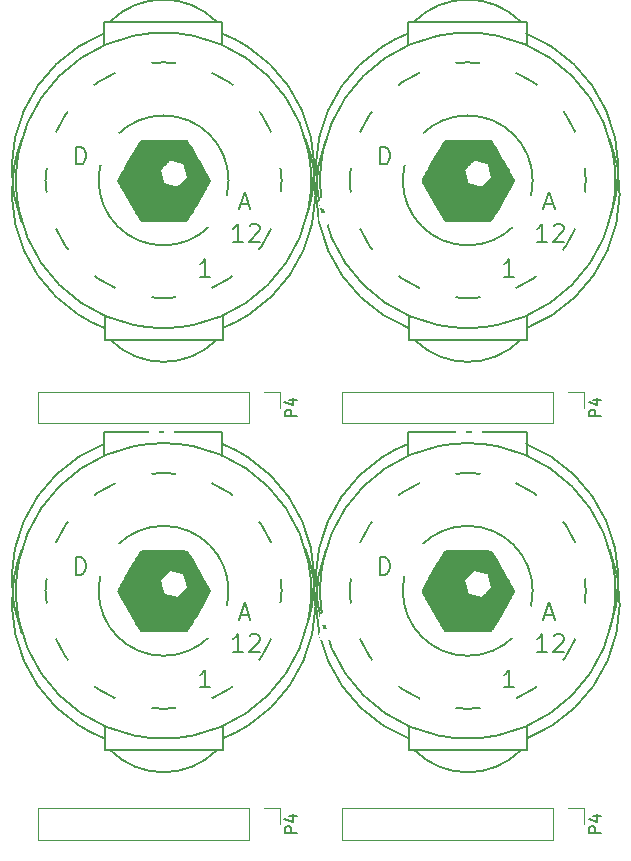
<source format=gto>
G04 #@! TF.FileFunction,Legend,Top*
%FSLAX46Y46*%
G04 Gerber Fmt 4.6, Leading zero omitted, Abs format (unit mm)*
G04 Created by KiCad (PCBNEW 4.0.2-stable) date 2019-03-28 2:30:29 PM*
%MOMM*%
G01*
G04 APERTURE LIST*
%ADD10C,0.200000*%
%ADD11C,0.010000*%
%ADD12C,0.150000*%
%ADD13C,0.120000*%
%ADD14C,1.100000*%
%ADD15R,1.800000X1.800000*%
%ADD16O,1.800000X1.800000*%
G04 APERTURE END LIST*
D10*
D11*
G36*
X125402664Y-137714954D02*
X125404237Y-137731357D01*
X125403647Y-137749728D01*
X125400458Y-137770917D01*
X125394232Y-137795771D01*
X125384533Y-137825138D01*
X125370927Y-137859866D01*
X125352977Y-137900801D01*
X125330245Y-137948791D01*
X125302297Y-138004684D01*
X125268696Y-138069329D01*
X125229005Y-138143571D01*
X125182791Y-138228260D01*
X125129614Y-138324242D01*
X125069040Y-138432364D01*
X125000632Y-138553477D01*
X124923955Y-138688424D01*
X124838571Y-138838057D01*
X124744045Y-139003221D01*
X124639941Y-139184763D01*
X124593963Y-139264868D01*
X124494979Y-139436956D01*
X124397211Y-139606288D01*
X124301382Y-139771637D01*
X124208215Y-139931776D01*
X124118432Y-140085479D01*
X124032759Y-140231523D01*
X123951916Y-140368678D01*
X123876626Y-140495720D01*
X123807614Y-140611423D01*
X123745602Y-140714560D01*
X123691311Y-140803907D01*
X123645468Y-140878236D01*
X123608792Y-140936323D01*
X123603464Y-140944582D01*
X123552926Y-141018836D01*
X123508632Y-141075502D01*
X123469354Y-141115889D01*
X123433863Y-141141306D01*
X123409522Y-141151191D01*
X123381967Y-141155793D01*
X123335276Y-141160161D01*
X123270630Y-141164283D01*
X123189212Y-141168147D01*
X123092204Y-141171742D01*
X122980789Y-141175055D01*
X122856147Y-141178073D01*
X122719464Y-141180786D01*
X122571919Y-141183180D01*
X122414696Y-141185242D01*
X122248975Y-141186964D01*
X122075941Y-141188329D01*
X121896774Y-141189328D01*
X121712659Y-141189947D01*
X121524775Y-141190176D01*
X121334307Y-141190001D01*
X121142435Y-141189410D01*
X120950342Y-141188392D01*
X120759211Y-141186934D01*
X120570224Y-141185023D01*
X120384562Y-141182649D01*
X120368625Y-141182420D01*
X120222355Y-141180238D01*
X120094939Y-141178099D01*
X119984912Y-141175831D01*
X119890809Y-141173264D01*
X119811167Y-141170226D01*
X119744521Y-141166547D01*
X119689404Y-141162056D01*
X119644354Y-141156580D01*
X119607905Y-141149949D01*
X119578592Y-141141991D01*
X119554951Y-141132537D01*
X119535517Y-141121415D01*
X119518826Y-141108452D01*
X119503411Y-141093480D01*
X119490968Y-141079885D01*
X119472395Y-141055833D01*
X119444529Y-141015233D01*
X119408045Y-140959239D01*
X119363615Y-140889011D01*
X119311915Y-140805707D01*
X119253617Y-140710483D01*
X119189395Y-140604497D01*
X119119924Y-140488908D01*
X119045878Y-140364874D01*
X118967929Y-140233551D01*
X118886752Y-140096099D01*
X118803020Y-139953674D01*
X118717408Y-139807434D01*
X118630588Y-139658538D01*
X118543236Y-139508142D01*
X118456024Y-139357406D01*
X118369627Y-139207486D01*
X118284719Y-139059540D01*
X118201972Y-138914727D01*
X118122062Y-138774204D01*
X118045662Y-138639128D01*
X117973444Y-138510658D01*
X117906085Y-138389951D01*
X117844256Y-138278165D01*
X117788633Y-138176458D01*
X117739888Y-138085987D01*
X117698696Y-138007912D01*
X117666541Y-137945011D01*
X117637074Y-137884829D01*
X117616402Y-137838624D01*
X117603490Y-137802584D01*
X117597306Y-137772901D01*
X117596816Y-137745765D01*
X117600984Y-137717367D01*
X117602649Y-137709552D01*
X117608643Y-137688118D01*
X117618594Y-137661043D01*
X117633120Y-137627147D01*
X117652831Y-137585254D01*
X117678341Y-137534186D01*
X117710266Y-137472764D01*
X117749218Y-137399809D01*
X117795811Y-137314144D01*
X117850660Y-137214591D01*
X117914376Y-137099972D01*
X117987575Y-136969106D01*
X117998457Y-136949701D01*
X118051522Y-136855516D01*
X118112954Y-136747187D01*
X118181538Y-136626817D01*
X118256059Y-136496504D01*
X118335300Y-136358350D01*
X118418049Y-136214457D01*
X118503091Y-136066925D01*
X118589208Y-135917852D01*
X118675187Y-135769343D01*
X118759813Y-135623496D01*
X118841870Y-135482411D01*
X118920144Y-135348192D01*
X118993419Y-135222936D01*
X119060481Y-135108747D01*
X119120114Y-135007722D01*
X119171103Y-134921965D01*
X119177664Y-134910994D01*
X119246167Y-134797119D01*
X119305658Y-134699660D01*
X119357093Y-134617325D01*
X119401427Y-134548823D01*
X119439613Y-134492861D01*
X119472609Y-134448148D01*
X119501367Y-134413392D01*
X119526843Y-134387301D01*
X119549992Y-134368583D01*
X119571769Y-134355946D01*
X119593129Y-134348100D01*
X119593902Y-134347891D01*
X119617156Y-134343324D01*
X119651864Y-134339186D01*
X119699110Y-134335431D01*
X119759979Y-134332016D01*
X119835555Y-134328897D01*
X119926922Y-134326030D01*
X120035166Y-134323371D01*
X120161370Y-134320878D01*
X120306620Y-134318507D01*
X120334141Y-134318100D01*
X120502890Y-134315906D01*
X120679653Y-134314105D01*
X120862762Y-134312688D01*
X121050550Y-134311646D01*
X121241351Y-134310973D01*
X121433498Y-134310660D01*
X121582635Y-134310691D01*
X122034598Y-135997439D01*
X122021471Y-136006175D01*
X121995840Y-136027915D01*
X121959320Y-136061045D01*
X121913525Y-136103957D01*
X121860070Y-136155038D01*
X121800568Y-136212675D01*
X121736634Y-136275260D01*
X121669883Y-136341179D01*
X121601929Y-136408821D01*
X121534386Y-136476575D01*
X121468869Y-136542830D01*
X121406991Y-136605975D01*
X121350368Y-136664397D01*
X121300613Y-136716486D01*
X121259342Y-136760630D01*
X121228169Y-136795218D01*
X121208706Y-136818638D01*
X121202883Y-136827605D01*
X121202261Y-136836312D01*
X121204447Y-136853856D01*
X121209750Y-136881491D01*
X121218478Y-136920470D01*
X121230936Y-136972047D01*
X121247433Y-137037474D01*
X121268275Y-137118008D01*
X121293770Y-137214901D01*
X121324225Y-137329407D01*
X121343822Y-137402666D01*
X121377409Y-137527634D01*
X121406281Y-137634165D01*
X121430798Y-137723500D01*
X121451320Y-137796879D01*
X121468209Y-137855539D01*
X121481826Y-137900724D01*
X121492532Y-137933670D01*
X121500686Y-137955619D01*
X121506651Y-137967808D01*
X121509221Y-137970875D01*
X121525349Y-137978331D01*
X121558752Y-137990025D01*
X121607229Y-138005364D01*
X121668577Y-138023764D01*
X121740595Y-138044637D01*
X121821082Y-138067394D01*
X121907835Y-138091447D01*
X121998653Y-138116208D01*
X122091334Y-138141090D01*
X122183675Y-138165505D01*
X122273477Y-138188863D01*
X122358536Y-138210580D01*
X122436651Y-138230065D01*
X122505620Y-138246731D01*
X122563243Y-138259991D01*
X122607315Y-138269256D01*
X122635636Y-138273938D01*
X122645029Y-138274144D01*
X122657358Y-138265676D01*
X122682335Y-138244237D01*
X122718389Y-138211373D01*
X122763948Y-138168628D01*
X122817439Y-138117545D01*
X122877293Y-138059671D01*
X122941935Y-137996550D01*
X123009796Y-137929725D01*
X123079303Y-137860742D01*
X123148883Y-137791144D01*
X123216966Y-137722477D01*
X123281978Y-137656286D01*
X123342349Y-137594113D01*
X123396506Y-137537505D01*
X123419304Y-137513328D01*
X123484749Y-137443533D01*
X123334204Y-136871560D01*
X123183659Y-136299586D01*
X123105983Y-136274987D01*
X123049898Y-136257886D01*
X122976264Y-136236494D01*
X122887258Y-136211412D01*
X122785053Y-136183241D01*
X122671824Y-136152582D01*
X122549746Y-136120036D01*
X122461213Y-136096722D01*
X122358973Y-136070011D01*
X122274583Y-136048178D01*
X122206275Y-136030809D01*
X122152282Y-136017494D01*
X122110832Y-136007822D01*
X122080157Y-136001379D01*
X122058488Y-135997753D01*
X122044058Y-135996535D01*
X122035096Y-135997312D01*
X122034598Y-135997439D01*
X121582635Y-134310691D01*
X121625325Y-134310700D01*
X121815165Y-134311083D01*
X122001349Y-134311804D01*
X122182214Y-134312851D01*
X122356091Y-134314219D01*
X122521314Y-134315898D01*
X122676215Y-134317883D01*
X122819130Y-134320161D01*
X122948389Y-134322730D01*
X123062327Y-134325578D01*
X123159278Y-134328697D01*
X123237454Y-134332074D01*
X123312208Y-134337143D01*
X123370238Y-134344426D01*
X123415106Y-134355016D01*
X123450376Y-134370007D01*
X123479611Y-134390493D01*
X123502774Y-134413485D01*
X123525922Y-134442755D01*
X123558805Y-134489724D01*
X123601362Y-134554286D01*
X123653526Y-134636338D01*
X123715236Y-134735777D01*
X123786429Y-134852498D01*
X123867040Y-134986398D01*
X123957007Y-135137374D01*
X124056266Y-135305320D01*
X124164753Y-135490135D01*
X124244001Y-135625799D01*
X124359758Y-135824751D01*
X124471677Y-136017966D01*
X124579333Y-136204678D01*
X124682300Y-136384125D01*
X124780151Y-136555540D01*
X124872461Y-136718160D01*
X124958802Y-136871218D01*
X125038752Y-137013951D01*
X125111882Y-137145596D01*
X125177765Y-137265385D01*
X125235979Y-137372555D01*
X125286094Y-137466341D01*
X125327686Y-137545979D01*
X125360328Y-137610704D01*
X125383596Y-137659751D01*
X125397062Y-137692356D01*
X125399362Y-137699675D01*
X125402664Y-137714954D01*
X125402664Y-137714954D01*
G37*
X125402664Y-137714954D02*
X125404237Y-137731357D01*
X125403647Y-137749728D01*
X125400458Y-137770917D01*
X125394232Y-137795771D01*
X125384533Y-137825138D01*
X125370927Y-137859866D01*
X125352977Y-137900801D01*
X125330245Y-137948791D01*
X125302297Y-138004684D01*
X125268696Y-138069329D01*
X125229005Y-138143571D01*
X125182791Y-138228260D01*
X125129614Y-138324242D01*
X125069040Y-138432364D01*
X125000632Y-138553477D01*
X124923955Y-138688424D01*
X124838571Y-138838057D01*
X124744045Y-139003221D01*
X124639941Y-139184763D01*
X124593963Y-139264868D01*
X124494979Y-139436956D01*
X124397211Y-139606288D01*
X124301382Y-139771637D01*
X124208215Y-139931776D01*
X124118432Y-140085479D01*
X124032759Y-140231523D01*
X123951916Y-140368678D01*
X123876626Y-140495720D01*
X123807614Y-140611423D01*
X123745602Y-140714560D01*
X123691311Y-140803907D01*
X123645468Y-140878236D01*
X123608792Y-140936323D01*
X123603464Y-140944582D01*
X123552926Y-141018836D01*
X123508632Y-141075502D01*
X123469354Y-141115889D01*
X123433863Y-141141306D01*
X123409522Y-141151191D01*
X123381967Y-141155793D01*
X123335276Y-141160161D01*
X123270630Y-141164283D01*
X123189212Y-141168147D01*
X123092204Y-141171742D01*
X122980789Y-141175055D01*
X122856147Y-141178073D01*
X122719464Y-141180786D01*
X122571919Y-141183180D01*
X122414696Y-141185242D01*
X122248975Y-141186964D01*
X122075941Y-141188329D01*
X121896774Y-141189328D01*
X121712659Y-141189947D01*
X121524775Y-141190176D01*
X121334307Y-141190001D01*
X121142435Y-141189410D01*
X120950342Y-141188392D01*
X120759211Y-141186934D01*
X120570224Y-141185023D01*
X120384562Y-141182649D01*
X120368625Y-141182420D01*
X120222355Y-141180238D01*
X120094939Y-141178099D01*
X119984912Y-141175831D01*
X119890809Y-141173264D01*
X119811167Y-141170226D01*
X119744521Y-141166547D01*
X119689404Y-141162056D01*
X119644354Y-141156580D01*
X119607905Y-141149949D01*
X119578592Y-141141991D01*
X119554951Y-141132537D01*
X119535517Y-141121415D01*
X119518826Y-141108452D01*
X119503411Y-141093480D01*
X119490968Y-141079885D01*
X119472395Y-141055833D01*
X119444529Y-141015233D01*
X119408045Y-140959239D01*
X119363615Y-140889011D01*
X119311915Y-140805707D01*
X119253617Y-140710483D01*
X119189395Y-140604497D01*
X119119924Y-140488908D01*
X119045878Y-140364874D01*
X118967929Y-140233551D01*
X118886752Y-140096099D01*
X118803020Y-139953674D01*
X118717408Y-139807434D01*
X118630588Y-139658538D01*
X118543236Y-139508142D01*
X118456024Y-139357406D01*
X118369627Y-139207486D01*
X118284719Y-139059540D01*
X118201972Y-138914727D01*
X118122062Y-138774204D01*
X118045662Y-138639128D01*
X117973444Y-138510658D01*
X117906085Y-138389951D01*
X117844256Y-138278165D01*
X117788633Y-138176458D01*
X117739888Y-138085987D01*
X117698696Y-138007912D01*
X117666541Y-137945011D01*
X117637074Y-137884829D01*
X117616402Y-137838624D01*
X117603490Y-137802584D01*
X117597306Y-137772901D01*
X117596816Y-137745765D01*
X117600984Y-137717367D01*
X117602649Y-137709552D01*
X117608643Y-137688118D01*
X117618594Y-137661043D01*
X117633120Y-137627147D01*
X117652831Y-137585254D01*
X117678341Y-137534186D01*
X117710266Y-137472764D01*
X117749218Y-137399809D01*
X117795811Y-137314144D01*
X117850660Y-137214591D01*
X117914376Y-137099972D01*
X117987575Y-136969106D01*
X117998457Y-136949701D01*
X118051522Y-136855516D01*
X118112954Y-136747187D01*
X118181538Y-136626817D01*
X118256059Y-136496504D01*
X118335300Y-136358350D01*
X118418049Y-136214457D01*
X118503091Y-136066925D01*
X118589208Y-135917852D01*
X118675187Y-135769343D01*
X118759813Y-135623496D01*
X118841870Y-135482411D01*
X118920144Y-135348192D01*
X118993419Y-135222936D01*
X119060481Y-135108747D01*
X119120114Y-135007722D01*
X119171103Y-134921965D01*
X119177664Y-134910994D01*
X119246167Y-134797119D01*
X119305658Y-134699660D01*
X119357093Y-134617325D01*
X119401427Y-134548823D01*
X119439613Y-134492861D01*
X119472609Y-134448148D01*
X119501367Y-134413392D01*
X119526843Y-134387301D01*
X119549992Y-134368583D01*
X119571769Y-134355946D01*
X119593129Y-134348100D01*
X119593902Y-134347891D01*
X119617156Y-134343324D01*
X119651864Y-134339186D01*
X119699110Y-134335431D01*
X119759979Y-134332016D01*
X119835555Y-134328897D01*
X119926922Y-134326030D01*
X120035166Y-134323371D01*
X120161370Y-134320878D01*
X120306620Y-134318507D01*
X120334141Y-134318100D01*
X120502890Y-134315906D01*
X120679653Y-134314105D01*
X120862762Y-134312688D01*
X121050550Y-134311646D01*
X121241351Y-134310973D01*
X121433498Y-134310660D01*
X121582635Y-134310691D01*
X122034598Y-135997439D01*
X122021471Y-136006175D01*
X121995840Y-136027915D01*
X121959320Y-136061045D01*
X121913525Y-136103957D01*
X121860070Y-136155038D01*
X121800568Y-136212675D01*
X121736634Y-136275260D01*
X121669883Y-136341179D01*
X121601929Y-136408821D01*
X121534386Y-136476575D01*
X121468869Y-136542830D01*
X121406991Y-136605975D01*
X121350368Y-136664397D01*
X121300613Y-136716486D01*
X121259342Y-136760630D01*
X121228169Y-136795218D01*
X121208706Y-136818638D01*
X121202883Y-136827605D01*
X121202261Y-136836312D01*
X121204447Y-136853856D01*
X121209750Y-136881491D01*
X121218478Y-136920470D01*
X121230936Y-136972047D01*
X121247433Y-137037474D01*
X121268275Y-137118008D01*
X121293770Y-137214901D01*
X121324225Y-137329407D01*
X121343822Y-137402666D01*
X121377409Y-137527634D01*
X121406281Y-137634165D01*
X121430798Y-137723500D01*
X121451320Y-137796879D01*
X121468209Y-137855539D01*
X121481826Y-137900724D01*
X121492532Y-137933670D01*
X121500686Y-137955619D01*
X121506651Y-137967808D01*
X121509221Y-137970875D01*
X121525349Y-137978331D01*
X121558752Y-137990025D01*
X121607229Y-138005364D01*
X121668577Y-138023764D01*
X121740595Y-138044637D01*
X121821082Y-138067394D01*
X121907835Y-138091447D01*
X121998653Y-138116208D01*
X122091334Y-138141090D01*
X122183675Y-138165505D01*
X122273477Y-138188863D01*
X122358536Y-138210580D01*
X122436651Y-138230065D01*
X122505620Y-138246731D01*
X122563243Y-138259991D01*
X122607315Y-138269256D01*
X122635636Y-138273938D01*
X122645029Y-138274144D01*
X122657358Y-138265676D01*
X122682335Y-138244237D01*
X122718389Y-138211373D01*
X122763948Y-138168628D01*
X122817439Y-138117545D01*
X122877293Y-138059671D01*
X122941935Y-137996550D01*
X123009796Y-137929725D01*
X123079303Y-137860742D01*
X123148883Y-137791144D01*
X123216966Y-137722477D01*
X123281978Y-137656286D01*
X123342349Y-137594113D01*
X123396506Y-137537505D01*
X123419304Y-137513328D01*
X123484749Y-137443533D01*
X123334204Y-136871560D01*
X123183659Y-136299586D01*
X123105983Y-136274987D01*
X123049898Y-136257886D01*
X122976264Y-136236494D01*
X122887258Y-136211412D01*
X122785053Y-136183241D01*
X122671824Y-136152582D01*
X122549746Y-136120036D01*
X122461213Y-136096722D01*
X122358973Y-136070011D01*
X122274583Y-136048178D01*
X122206275Y-136030809D01*
X122152282Y-136017494D01*
X122110832Y-136007822D01*
X122080157Y-136001379D01*
X122058488Y-135997753D01*
X122044058Y-135996535D01*
X122035096Y-135997312D01*
X122034598Y-135997439D01*
X121582635Y-134310691D01*
X121625325Y-134310700D01*
X121815165Y-134311083D01*
X122001349Y-134311804D01*
X122182214Y-134312851D01*
X122356091Y-134314219D01*
X122521314Y-134315898D01*
X122676215Y-134317883D01*
X122819130Y-134320161D01*
X122948389Y-134322730D01*
X123062327Y-134325578D01*
X123159278Y-134328697D01*
X123237454Y-134332074D01*
X123312208Y-134337143D01*
X123370238Y-134344426D01*
X123415106Y-134355016D01*
X123450376Y-134370007D01*
X123479611Y-134390493D01*
X123502774Y-134413485D01*
X123525922Y-134442755D01*
X123558805Y-134489724D01*
X123601362Y-134554286D01*
X123653526Y-134636338D01*
X123715236Y-134735777D01*
X123786429Y-134852498D01*
X123867040Y-134986398D01*
X123957007Y-135137374D01*
X124056266Y-135305320D01*
X124164753Y-135490135D01*
X124244001Y-135625799D01*
X124359758Y-135824751D01*
X124471677Y-136017966D01*
X124579333Y-136204678D01*
X124682300Y-136384125D01*
X124780151Y-136555540D01*
X124872461Y-136718160D01*
X124958802Y-136871218D01*
X125038752Y-137013951D01*
X125111882Y-137145596D01*
X125177765Y-137265385D01*
X125235979Y-137372555D01*
X125286094Y-137466341D01*
X125327686Y-137545979D01*
X125360328Y-137610704D01*
X125383596Y-137659751D01*
X125397062Y-137692356D01*
X125399362Y-137699675D01*
X125402664Y-137714954D01*
G36*
X151152664Y-137714954D02*
X151154237Y-137731357D01*
X151153647Y-137749728D01*
X151150458Y-137770917D01*
X151144232Y-137795771D01*
X151134533Y-137825138D01*
X151120927Y-137859866D01*
X151102977Y-137900801D01*
X151080245Y-137948791D01*
X151052297Y-138004684D01*
X151018696Y-138069329D01*
X150979005Y-138143571D01*
X150932791Y-138228260D01*
X150879614Y-138324242D01*
X150819040Y-138432364D01*
X150750632Y-138553477D01*
X150673955Y-138688424D01*
X150588571Y-138838057D01*
X150494045Y-139003221D01*
X150389941Y-139184763D01*
X150343963Y-139264868D01*
X150244979Y-139436956D01*
X150147211Y-139606288D01*
X150051382Y-139771637D01*
X149958215Y-139931776D01*
X149868432Y-140085479D01*
X149782759Y-140231523D01*
X149701916Y-140368678D01*
X149626626Y-140495720D01*
X149557614Y-140611423D01*
X149495602Y-140714560D01*
X149441311Y-140803907D01*
X149395468Y-140878236D01*
X149358792Y-140936323D01*
X149353464Y-140944582D01*
X149302926Y-141018836D01*
X149258632Y-141075502D01*
X149219354Y-141115889D01*
X149183863Y-141141306D01*
X149159522Y-141151191D01*
X149131967Y-141155793D01*
X149085276Y-141160161D01*
X149020630Y-141164283D01*
X148939212Y-141168147D01*
X148842204Y-141171742D01*
X148730789Y-141175055D01*
X148606147Y-141178073D01*
X148469464Y-141180786D01*
X148321919Y-141183180D01*
X148164696Y-141185242D01*
X147998975Y-141186964D01*
X147825941Y-141188329D01*
X147646774Y-141189328D01*
X147462659Y-141189947D01*
X147274775Y-141190176D01*
X147084307Y-141190001D01*
X146892435Y-141189410D01*
X146700342Y-141188392D01*
X146509211Y-141186934D01*
X146320224Y-141185023D01*
X146134562Y-141182649D01*
X146118625Y-141182420D01*
X145972355Y-141180238D01*
X145844939Y-141178099D01*
X145734912Y-141175831D01*
X145640809Y-141173264D01*
X145561167Y-141170226D01*
X145494521Y-141166547D01*
X145439404Y-141162056D01*
X145394354Y-141156580D01*
X145357905Y-141149949D01*
X145328592Y-141141991D01*
X145304951Y-141132537D01*
X145285517Y-141121415D01*
X145268826Y-141108452D01*
X145253411Y-141093480D01*
X145240968Y-141079885D01*
X145222395Y-141055833D01*
X145194529Y-141015233D01*
X145158045Y-140959239D01*
X145113615Y-140889011D01*
X145061915Y-140805707D01*
X145003617Y-140710483D01*
X144939395Y-140604497D01*
X144869924Y-140488908D01*
X144795878Y-140364874D01*
X144717929Y-140233551D01*
X144636752Y-140096099D01*
X144553020Y-139953674D01*
X144467408Y-139807434D01*
X144380588Y-139658538D01*
X144293236Y-139508142D01*
X144206024Y-139357406D01*
X144119627Y-139207486D01*
X144034719Y-139059540D01*
X143951972Y-138914727D01*
X143872062Y-138774204D01*
X143795662Y-138639128D01*
X143723444Y-138510658D01*
X143656085Y-138389951D01*
X143594256Y-138278165D01*
X143538633Y-138176458D01*
X143489888Y-138085987D01*
X143448696Y-138007912D01*
X143416541Y-137945011D01*
X143387074Y-137884829D01*
X143366402Y-137838624D01*
X143353490Y-137802584D01*
X143347306Y-137772901D01*
X143346816Y-137745765D01*
X143350984Y-137717367D01*
X143352649Y-137709552D01*
X143358643Y-137688118D01*
X143368594Y-137661043D01*
X143383120Y-137627147D01*
X143402831Y-137585254D01*
X143428341Y-137534186D01*
X143460266Y-137472764D01*
X143499218Y-137399809D01*
X143545811Y-137314144D01*
X143600660Y-137214591D01*
X143664376Y-137099972D01*
X143737575Y-136969106D01*
X143748457Y-136949701D01*
X143801522Y-136855516D01*
X143862954Y-136747187D01*
X143931538Y-136626817D01*
X144006059Y-136496504D01*
X144085300Y-136358350D01*
X144168049Y-136214457D01*
X144253091Y-136066925D01*
X144339208Y-135917852D01*
X144425187Y-135769343D01*
X144509813Y-135623496D01*
X144591870Y-135482411D01*
X144670144Y-135348192D01*
X144743419Y-135222936D01*
X144810481Y-135108747D01*
X144870114Y-135007722D01*
X144921103Y-134921965D01*
X144927664Y-134910994D01*
X144996167Y-134797119D01*
X145055658Y-134699660D01*
X145107093Y-134617325D01*
X145151427Y-134548823D01*
X145189613Y-134492861D01*
X145222609Y-134448148D01*
X145251367Y-134413392D01*
X145276843Y-134387301D01*
X145299992Y-134368583D01*
X145321769Y-134355946D01*
X145343129Y-134348100D01*
X145343902Y-134347891D01*
X145367156Y-134343324D01*
X145401864Y-134339186D01*
X145449110Y-134335431D01*
X145509979Y-134332016D01*
X145585555Y-134328897D01*
X145676922Y-134326030D01*
X145785166Y-134323371D01*
X145911370Y-134320878D01*
X146056620Y-134318507D01*
X146084141Y-134318100D01*
X146252890Y-134315906D01*
X146429653Y-134314105D01*
X146612762Y-134312688D01*
X146800550Y-134311646D01*
X146991351Y-134310973D01*
X147183498Y-134310660D01*
X147332635Y-134310691D01*
X147784598Y-135997439D01*
X147771471Y-136006175D01*
X147745840Y-136027915D01*
X147709320Y-136061045D01*
X147663525Y-136103957D01*
X147610070Y-136155038D01*
X147550568Y-136212675D01*
X147486634Y-136275260D01*
X147419883Y-136341179D01*
X147351929Y-136408821D01*
X147284386Y-136476575D01*
X147218869Y-136542830D01*
X147156991Y-136605975D01*
X147100368Y-136664397D01*
X147050613Y-136716486D01*
X147009342Y-136760630D01*
X146978169Y-136795218D01*
X146958706Y-136818638D01*
X146952883Y-136827605D01*
X146952261Y-136836312D01*
X146954447Y-136853856D01*
X146959750Y-136881491D01*
X146968478Y-136920470D01*
X146980936Y-136972047D01*
X146997433Y-137037474D01*
X147018275Y-137118008D01*
X147043770Y-137214901D01*
X147074225Y-137329407D01*
X147093822Y-137402666D01*
X147127409Y-137527634D01*
X147156281Y-137634165D01*
X147180798Y-137723500D01*
X147201320Y-137796879D01*
X147218209Y-137855539D01*
X147231826Y-137900724D01*
X147242532Y-137933670D01*
X147250686Y-137955619D01*
X147256651Y-137967808D01*
X147259221Y-137970875D01*
X147275349Y-137978331D01*
X147308752Y-137990025D01*
X147357229Y-138005364D01*
X147418577Y-138023764D01*
X147490595Y-138044637D01*
X147571082Y-138067394D01*
X147657835Y-138091447D01*
X147748653Y-138116208D01*
X147841334Y-138141090D01*
X147933675Y-138165505D01*
X148023477Y-138188863D01*
X148108536Y-138210580D01*
X148186651Y-138230065D01*
X148255620Y-138246731D01*
X148313243Y-138259991D01*
X148357315Y-138269256D01*
X148385636Y-138273938D01*
X148395029Y-138274144D01*
X148407358Y-138265676D01*
X148432335Y-138244237D01*
X148468389Y-138211373D01*
X148513948Y-138168628D01*
X148567439Y-138117545D01*
X148627293Y-138059671D01*
X148691935Y-137996550D01*
X148759796Y-137929725D01*
X148829303Y-137860742D01*
X148898883Y-137791144D01*
X148966966Y-137722477D01*
X149031978Y-137656286D01*
X149092349Y-137594113D01*
X149146506Y-137537505D01*
X149169304Y-137513328D01*
X149234749Y-137443533D01*
X149084204Y-136871560D01*
X148933659Y-136299586D01*
X148855983Y-136274987D01*
X148799898Y-136257886D01*
X148726264Y-136236494D01*
X148637258Y-136211412D01*
X148535053Y-136183241D01*
X148421824Y-136152582D01*
X148299746Y-136120036D01*
X148211213Y-136096722D01*
X148108973Y-136070011D01*
X148024583Y-136048178D01*
X147956275Y-136030809D01*
X147902282Y-136017494D01*
X147860832Y-136007822D01*
X147830157Y-136001379D01*
X147808488Y-135997753D01*
X147794058Y-135996535D01*
X147785096Y-135997312D01*
X147784598Y-135997439D01*
X147332635Y-134310691D01*
X147375325Y-134310700D01*
X147565165Y-134311083D01*
X147751349Y-134311804D01*
X147932214Y-134312851D01*
X148106091Y-134314219D01*
X148271314Y-134315898D01*
X148426215Y-134317883D01*
X148569130Y-134320161D01*
X148698389Y-134322730D01*
X148812327Y-134325578D01*
X148909278Y-134328697D01*
X148987454Y-134332074D01*
X149062208Y-134337143D01*
X149120238Y-134344426D01*
X149165106Y-134355016D01*
X149200376Y-134370007D01*
X149229611Y-134390493D01*
X149252774Y-134413485D01*
X149275922Y-134442755D01*
X149308805Y-134489724D01*
X149351362Y-134554286D01*
X149403526Y-134636338D01*
X149465236Y-134735777D01*
X149536429Y-134852498D01*
X149617040Y-134986398D01*
X149707007Y-135137374D01*
X149806266Y-135305320D01*
X149914753Y-135490135D01*
X149994001Y-135625799D01*
X150109758Y-135824751D01*
X150221677Y-136017966D01*
X150329333Y-136204678D01*
X150432300Y-136384125D01*
X150530151Y-136555540D01*
X150622461Y-136718160D01*
X150708802Y-136871218D01*
X150788752Y-137013951D01*
X150861882Y-137145596D01*
X150927765Y-137265385D01*
X150985979Y-137372555D01*
X151036094Y-137466341D01*
X151077686Y-137545979D01*
X151110328Y-137610704D01*
X151133596Y-137659751D01*
X151147062Y-137692356D01*
X151149362Y-137699675D01*
X151152664Y-137714954D01*
X151152664Y-137714954D01*
G37*
X151152664Y-137714954D02*
X151154237Y-137731357D01*
X151153647Y-137749728D01*
X151150458Y-137770917D01*
X151144232Y-137795771D01*
X151134533Y-137825138D01*
X151120927Y-137859866D01*
X151102977Y-137900801D01*
X151080245Y-137948791D01*
X151052297Y-138004684D01*
X151018696Y-138069329D01*
X150979005Y-138143571D01*
X150932791Y-138228260D01*
X150879614Y-138324242D01*
X150819040Y-138432364D01*
X150750632Y-138553477D01*
X150673955Y-138688424D01*
X150588571Y-138838057D01*
X150494045Y-139003221D01*
X150389941Y-139184763D01*
X150343963Y-139264868D01*
X150244979Y-139436956D01*
X150147211Y-139606288D01*
X150051382Y-139771637D01*
X149958215Y-139931776D01*
X149868432Y-140085479D01*
X149782759Y-140231523D01*
X149701916Y-140368678D01*
X149626626Y-140495720D01*
X149557614Y-140611423D01*
X149495602Y-140714560D01*
X149441311Y-140803907D01*
X149395468Y-140878236D01*
X149358792Y-140936323D01*
X149353464Y-140944582D01*
X149302926Y-141018836D01*
X149258632Y-141075502D01*
X149219354Y-141115889D01*
X149183863Y-141141306D01*
X149159522Y-141151191D01*
X149131967Y-141155793D01*
X149085276Y-141160161D01*
X149020630Y-141164283D01*
X148939212Y-141168147D01*
X148842204Y-141171742D01*
X148730789Y-141175055D01*
X148606147Y-141178073D01*
X148469464Y-141180786D01*
X148321919Y-141183180D01*
X148164696Y-141185242D01*
X147998975Y-141186964D01*
X147825941Y-141188329D01*
X147646774Y-141189328D01*
X147462659Y-141189947D01*
X147274775Y-141190176D01*
X147084307Y-141190001D01*
X146892435Y-141189410D01*
X146700342Y-141188392D01*
X146509211Y-141186934D01*
X146320224Y-141185023D01*
X146134562Y-141182649D01*
X146118625Y-141182420D01*
X145972355Y-141180238D01*
X145844939Y-141178099D01*
X145734912Y-141175831D01*
X145640809Y-141173264D01*
X145561167Y-141170226D01*
X145494521Y-141166547D01*
X145439404Y-141162056D01*
X145394354Y-141156580D01*
X145357905Y-141149949D01*
X145328592Y-141141991D01*
X145304951Y-141132537D01*
X145285517Y-141121415D01*
X145268826Y-141108452D01*
X145253411Y-141093480D01*
X145240968Y-141079885D01*
X145222395Y-141055833D01*
X145194529Y-141015233D01*
X145158045Y-140959239D01*
X145113615Y-140889011D01*
X145061915Y-140805707D01*
X145003617Y-140710483D01*
X144939395Y-140604497D01*
X144869924Y-140488908D01*
X144795878Y-140364874D01*
X144717929Y-140233551D01*
X144636752Y-140096099D01*
X144553020Y-139953674D01*
X144467408Y-139807434D01*
X144380588Y-139658538D01*
X144293236Y-139508142D01*
X144206024Y-139357406D01*
X144119627Y-139207486D01*
X144034719Y-139059540D01*
X143951972Y-138914727D01*
X143872062Y-138774204D01*
X143795662Y-138639128D01*
X143723444Y-138510658D01*
X143656085Y-138389951D01*
X143594256Y-138278165D01*
X143538633Y-138176458D01*
X143489888Y-138085987D01*
X143448696Y-138007912D01*
X143416541Y-137945011D01*
X143387074Y-137884829D01*
X143366402Y-137838624D01*
X143353490Y-137802584D01*
X143347306Y-137772901D01*
X143346816Y-137745765D01*
X143350984Y-137717367D01*
X143352649Y-137709552D01*
X143358643Y-137688118D01*
X143368594Y-137661043D01*
X143383120Y-137627147D01*
X143402831Y-137585254D01*
X143428341Y-137534186D01*
X143460266Y-137472764D01*
X143499218Y-137399809D01*
X143545811Y-137314144D01*
X143600660Y-137214591D01*
X143664376Y-137099972D01*
X143737575Y-136969106D01*
X143748457Y-136949701D01*
X143801522Y-136855516D01*
X143862954Y-136747187D01*
X143931538Y-136626817D01*
X144006059Y-136496504D01*
X144085300Y-136358350D01*
X144168049Y-136214457D01*
X144253091Y-136066925D01*
X144339208Y-135917852D01*
X144425187Y-135769343D01*
X144509813Y-135623496D01*
X144591870Y-135482411D01*
X144670144Y-135348192D01*
X144743419Y-135222936D01*
X144810481Y-135108747D01*
X144870114Y-135007722D01*
X144921103Y-134921965D01*
X144927664Y-134910994D01*
X144996167Y-134797119D01*
X145055658Y-134699660D01*
X145107093Y-134617325D01*
X145151427Y-134548823D01*
X145189613Y-134492861D01*
X145222609Y-134448148D01*
X145251367Y-134413392D01*
X145276843Y-134387301D01*
X145299992Y-134368583D01*
X145321769Y-134355946D01*
X145343129Y-134348100D01*
X145343902Y-134347891D01*
X145367156Y-134343324D01*
X145401864Y-134339186D01*
X145449110Y-134335431D01*
X145509979Y-134332016D01*
X145585555Y-134328897D01*
X145676922Y-134326030D01*
X145785166Y-134323371D01*
X145911370Y-134320878D01*
X146056620Y-134318507D01*
X146084141Y-134318100D01*
X146252890Y-134315906D01*
X146429653Y-134314105D01*
X146612762Y-134312688D01*
X146800550Y-134311646D01*
X146991351Y-134310973D01*
X147183498Y-134310660D01*
X147332635Y-134310691D01*
X147784598Y-135997439D01*
X147771471Y-136006175D01*
X147745840Y-136027915D01*
X147709320Y-136061045D01*
X147663525Y-136103957D01*
X147610070Y-136155038D01*
X147550568Y-136212675D01*
X147486634Y-136275260D01*
X147419883Y-136341179D01*
X147351929Y-136408821D01*
X147284386Y-136476575D01*
X147218869Y-136542830D01*
X147156991Y-136605975D01*
X147100368Y-136664397D01*
X147050613Y-136716486D01*
X147009342Y-136760630D01*
X146978169Y-136795218D01*
X146958706Y-136818638D01*
X146952883Y-136827605D01*
X146952261Y-136836312D01*
X146954447Y-136853856D01*
X146959750Y-136881491D01*
X146968478Y-136920470D01*
X146980936Y-136972047D01*
X146997433Y-137037474D01*
X147018275Y-137118008D01*
X147043770Y-137214901D01*
X147074225Y-137329407D01*
X147093822Y-137402666D01*
X147127409Y-137527634D01*
X147156281Y-137634165D01*
X147180798Y-137723500D01*
X147201320Y-137796879D01*
X147218209Y-137855539D01*
X147231826Y-137900724D01*
X147242532Y-137933670D01*
X147250686Y-137955619D01*
X147256651Y-137967808D01*
X147259221Y-137970875D01*
X147275349Y-137978331D01*
X147308752Y-137990025D01*
X147357229Y-138005364D01*
X147418577Y-138023764D01*
X147490595Y-138044637D01*
X147571082Y-138067394D01*
X147657835Y-138091447D01*
X147748653Y-138116208D01*
X147841334Y-138141090D01*
X147933675Y-138165505D01*
X148023477Y-138188863D01*
X148108536Y-138210580D01*
X148186651Y-138230065D01*
X148255620Y-138246731D01*
X148313243Y-138259991D01*
X148357315Y-138269256D01*
X148385636Y-138273938D01*
X148395029Y-138274144D01*
X148407358Y-138265676D01*
X148432335Y-138244237D01*
X148468389Y-138211373D01*
X148513948Y-138168628D01*
X148567439Y-138117545D01*
X148627293Y-138059671D01*
X148691935Y-137996550D01*
X148759796Y-137929725D01*
X148829303Y-137860742D01*
X148898883Y-137791144D01*
X148966966Y-137722477D01*
X149031978Y-137656286D01*
X149092349Y-137594113D01*
X149146506Y-137537505D01*
X149169304Y-137513328D01*
X149234749Y-137443533D01*
X149084204Y-136871560D01*
X148933659Y-136299586D01*
X148855983Y-136274987D01*
X148799898Y-136257886D01*
X148726264Y-136236494D01*
X148637258Y-136211412D01*
X148535053Y-136183241D01*
X148421824Y-136152582D01*
X148299746Y-136120036D01*
X148211213Y-136096722D01*
X148108973Y-136070011D01*
X148024583Y-136048178D01*
X147956275Y-136030809D01*
X147902282Y-136017494D01*
X147860832Y-136007822D01*
X147830157Y-136001379D01*
X147808488Y-135997753D01*
X147794058Y-135996535D01*
X147785096Y-135997312D01*
X147784598Y-135997439D01*
X147332635Y-134310691D01*
X147375325Y-134310700D01*
X147565165Y-134311083D01*
X147751349Y-134311804D01*
X147932214Y-134312851D01*
X148106091Y-134314219D01*
X148271314Y-134315898D01*
X148426215Y-134317883D01*
X148569130Y-134320161D01*
X148698389Y-134322730D01*
X148812327Y-134325578D01*
X148909278Y-134328697D01*
X148987454Y-134332074D01*
X149062208Y-134337143D01*
X149120238Y-134344426D01*
X149165106Y-134355016D01*
X149200376Y-134370007D01*
X149229611Y-134390493D01*
X149252774Y-134413485D01*
X149275922Y-134442755D01*
X149308805Y-134489724D01*
X149351362Y-134554286D01*
X149403526Y-134636338D01*
X149465236Y-134735777D01*
X149536429Y-134852498D01*
X149617040Y-134986398D01*
X149707007Y-135137374D01*
X149806266Y-135305320D01*
X149914753Y-135490135D01*
X149994001Y-135625799D01*
X150109758Y-135824751D01*
X150221677Y-136017966D01*
X150329333Y-136204678D01*
X150432300Y-136384125D01*
X150530151Y-136555540D01*
X150622461Y-136718160D01*
X150708802Y-136871218D01*
X150788752Y-137013951D01*
X150861882Y-137145596D01*
X150927765Y-137265385D01*
X150985979Y-137372555D01*
X151036094Y-137466341D01*
X151077686Y-137545979D01*
X151110328Y-137610704D01*
X151133596Y-137659751D01*
X151147062Y-137692356D01*
X151149362Y-137699675D01*
X151152664Y-137714954D01*
G36*
X151152664Y-102964954D02*
X151154237Y-102981357D01*
X151153647Y-102999728D01*
X151150458Y-103020917D01*
X151144232Y-103045771D01*
X151134533Y-103075138D01*
X151120927Y-103109866D01*
X151102977Y-103150801D01*
X151080245Y-103198791D01*
X151052297Y-103254684D01*
X151018696Y-103319329D01*
X150979005Y-103393571D01*
X150932791Y-103478260D01*
X150879614Y-103574242D01*
X150819040Y-103682364D01*
X150750632Y-103803477D01*
X150673955Y-103938424D01*
X150588571Y-104088057D01*
X150494045Y-104253221D01*
X150389941Y-104434763D01*
X150343963Y-104514868D01*
X150244979Y-104686956D01*
X150147211Y-104856288D01*
X150051382Y-105021637D01*
X149958215Y-105181776D01*
X149868432Y-105335479D01*
X149782759Y-105481523D01*
X149701916Y-105618678D01*
X149626626Y-105745720D01*
X149557614Y-105861423D01*
X149495602Y-105964560D01*
X149441311Y-106053907D01*
X149395468Y-106128236D01*
X149358792Y-106186323D01*
X149353464Y-106194582D01*
X149302926Y-106268836D01*
X149258632Y-106325502D01*
X149219354Y-106365889D01*
X149183863Y-106391306D01*
X149159522Y-106401191D01*
X149131967Y-106405793D01*
X149085276Y-106410161D01*
X149020630Y-106414283D01*
X148939212Y-106418147D01*
X148842204Y-106421742D01*
X148730789Y-106425055D01*
X148606147Y-106428073D01*
X148469464Y-106430786D01*
X148321919Y-106433180D01*
X148164696Y-106435242D01*
X147998975Y-106436964D01*
X147825941Y-106438329D01*
X147646774Y-106439328D01*
X147462659Y-106439947D01*
X147274775Y-106440176D01*
X147084307Y-106440001D01*
X146892435Y-106439410D01*
X146700342Y-106438392D01*
X146509211Y-106436934D01*
X146320224Y-106435023D01*
X146134562Y-106432649D01*
X146118625Y-106432420D01*
X145972355Y-106430238D01*
X145844939Y-106428099D01*
X145734912Y-106425831D01*
X145640809Y-106423264D01*
X145561167Y-106420226D01*
X145494521Y-106416547D01*
X145439404Y-106412056D01*
X145394354Y-106406580D01*
X145357905Y-106399949D01*
X145328592Y-106391991D01*
X145304951Y-106382537D01*
X145285517Y-106371415D01*
X145268826Y-106358452D01*
X145253411Y-106343480D01*
X145240968Y-106329885D01*
X145222395Y-106305833D01*
X145194529Y-106265233D01*
X145158045Y-106209239D01*
X145113615Y-106139011D01*
X145061915Y-106055707D01*
X145003617Y-105960483D01*
X144939395Y-105854497D01*
X144869924Y-105738908D01*
X144795878Y-105614874D01*
X144717929Y-105483551D01*
X144636752Y-105346099D01*
X144553020Y-105203674D01*
X144467408Y-105057434D01*
X144380588Y-104908538D01*
X144293236Y-104758142D01*
X144206024Y-104607406D01*
X144119627Y-104457486D01*
X144034719Y-104309540D01*
X143951972Y-104164727D01*
X143872062Y-104024204D01*
X143795662Y-103889128D01*
X143723444Y-103760658D01*
X143656085Y-103639951D01*
X143594256Y-103528165D01*
X143538633Y-103426458D01*
X143489888Y-103335987D01*
X143448696Y-103257912D01*
X143416541Y-103195011D01*
X143387074Y-103134829D01*
X143366402Y-103088624D01*
X143353490Y-103052584D01*
X143347306Y-103022901D01*
X143346816Y-102995765D01*
X143350984Y-102967367D01*
X143352649Y-102959552D01*
X143358643Y-102938118D01*
X143368594Y-102911043D01*
X143383120Y-102877147D01*
X143402831Y-102835254D01*
X143428341Y-102784186D01*
X143460266Y-102722764D01*
X143499218Y-102649809D01*
X143545811Y-102564144D01*
X143600660Y-102464591D01*
X143664376Y-102349972D01*
X143737575Y-102219106D01*
X143748457Y-102199701D01*
X143801522Y-102105516D01*
X143862954Y-101997187D01*
X143931538Y-101876817D01*
X144006059Y-101746504D01*
X144085300Y-101608350D01*
X144168049Y-101464457D01*
X144253091Y-101316925D01*
X144339208Y-101167852D01*
X144425187Y-101019343D01*
X144509813Y-100873496D01*
X144591870Y-100732411D01*
X144670144Y-100598192D01*
X144743419Y-100472936D01*
X144810481Y-100358747D01*
X144870114Y-100257722D01*
X144921103Y-100171965D01*
X144927664Y-100160994D01*
X144996167Y-100047119D01*
X145055658Y-99949660D01*
X145107093Y-99867325D01*
X145151427Y-99798823D01*
X145189613Y-99742861D01*
X145222609Y-99698148D01*
X145251367Y-99663392D01*
X145276843Y-99637301D01*
X145299992Y-99618583D01*
X145321769Y-99605946D01*
X145343129Y-99598100D01*
X145343902Y-99597891D01*
X145367156Y-99593324D01*
X145401864Y-99589186D01*
X145449110Y-99585431D01*
X145509979Y-99582016D01*
X145585555Y-99578897D01*
X145676922Y-99576030D01*
X145785166Y-99573371D01*
X145911370Y-99570878D01*
X146056620Y-99568507D01*
X146084141Y-99568100D01*
X146252890Y-99565906D01*
X146429653Y-99564105D01*
X146612762Y-99562688D01*
X146800550Y-99561646D01*
X146991351Y-99560973D01*
X147183498Y-99560660D01*
X147332635Y-99560691D01*
X147784598Y-101247439D01*
X147771471Y-101256175D01*
X147745840Y-101277915D01*
X147709320Y-101311045D01*
X147663525Y-101353957D01*
X147610070Y-101405038D01*
X147550568Y-101462675D01*
X147486634Y-101525260D01*
X147419883Y-101591179D01*
X147351929Y-101658821D01*
X147284386Y-101726575D01*
X147218869Y-101792830D01*
X147156991Y-101855975D01*
X147100368Y-101914397D01*
X147050613Y-101966486D01*
X147009342Y-102010630D01*
X146978169Y-102045218D01*
X146958706Y-102068638D01*
X146952883Y-102077605D01*
X146952261Y-102086312D01*
X146954447Y-102103856D01*
X146959750Y-102131491D01*
X146968478Y-102170470D01*
X146980936Y-102222047D01*
X146997433Y-102287474D01*
X147018275Y-102368008D01*
X147043770Y-102464901D01*
X147074225Y-102579407D01*
X147093822Y-102652666D01*
X147127409Y-102777634D01*
X147156281Y-102884165D01*
X147180798Y-102973500D01*
X147201320Y-103046879D01*
X147218209Y-103105539D01*
X147231826Y-103150724D01*
X147242532Y-103183670D01*
X147250686Y-103205619D01*
X147256651Y-103217808D01*
X147259221Y-103220875D01*
X147275349Y-103228331D01*
X147308752Y-103240025D01*
X147357229Y-103255364D01*
X147418577Y-103273764D01*
X147490595Y-103294637D01*
X147571082Y-103317394D01*
X147657835Y-103341447D01*
X147748653Y-103366208D01*
X147841334Y-103391090D01*
X147933675Y-103415505D01*
X148023477Y-103438863D01*
X148108536Y-103460580D01*
X148186651Y-103480065D01*
X148255620Y-103496731D01*
X148313243Y-103509991D01*
X148357315Y-103519256D01*
X148385636Y-103523938D01*
X148395029Y-103524144D01*
X148407358Y-103515676D01*
X148432335Y-103494237D01*
X148468389Y-103461373D01*
X148513948Y-103418628D01*
X148567439Y-103367545D01*
X148627293Y-103309671D01*
X148691935Y-103246550D01*
X148759796Y-103179725D01*
X148829303Y-103110742D01*
X148898883Y-103041144D01*
X148966966Y-102972477D01*
X149031978Y-102906286D01*
X149092349Y-102844113D01*
X149146506Y-102787505D01*
X149169304Y-102763328D01*
X149234749Y-102693533D01*
X149084204Y-102121560D01*
X148933659Y-101549586D01*
X148855983Y-101524987D01*
X148799898Y-101507886D01*
X148726264Y-101486494D01*
X148637258Y-101461412D01*
X148535053Y-101433241D01*
X148421824Y-101402582D01*
X148299746Y-101370036D01*
X148211213Y-101346722D01*
X148108973Y-101320011D01*
X148024583Y-101298178D01*
X147956275Y-101280809D01*
X147902282Y-101267494D01*
X147860832Y-101257822D01*
X147830157Y-101251379D01*
X147808488Y-101247753D01*
X147794058Y-101246535D01*
X147785096Y-101247312D01*
X147784598Y-101247439D01*
X147332635Y-99560691D01*
X147375325Y-99560700D01*
X147565165Y-99561083D01*
X147751349Y-99561804D01*
X147932214Y-99562851D01*
X148106091Y-99564219D01*
X148271314Y-99565898D01*
X148426215Y-99567883D01*
X148569130Y-99570161D01*
X148698389Y-99572730D01*
X148812327Y-99575578D01*
X148909278Y-99578697D01*
X148987454Y-99582074D01*
X149062208Y-99587143D01*
X149120238Y-99594426D01*
X149165106Y-99605016D01*
X149200376Y-99620007D01*
X149229611Y-99640493D01*
X149252774Y-99663485D01*
X149275922Y-99692755D01*
X149308805Y-99739724D01*
X149351362Y-99804286D01*
X149403526Y-99886338D01*
X149465236Y-99985777D01*
X149536429Y-100102498D01*
X149617040Y-100236398D01*
X149707007Y-100387374D01*
X149806266Y-100555320D01*
X149914753Y-100740135D01*
X149994001Y-100875799D01*
X150109758Y-101074751D01*
X150221677Y-101267966D01*
X150329333Y-101454678D01*
X150432300Y-101634125D01*
X150530151Y-101805540D01*
X150622461Y-101968160D01*
X150708802Y-102121218D01*
X150788752Y-102263951D01*
X150861882Y-102395596D01*
X150927765Y-102515385D01*
X150985979Y-102622555D01*
X151036094Y-102716341D01*
X151077686Y-102795979D01*
X151110328Y-102860704D01*
X151133596Y-102909751D01*
X151147062Y-102942356D01*
X151149362Y-102949675D01*
X151152664Y-102964954D01*
X151152664Y-102964954D01*
G37*
X151152664Y-102964954D02*
X151154237Y-102981357D01*
X151153647Y-102999728D01*
X151150458Y-103020917D01*
X151144232Y-103045771D01*
X151134533Y-103075138D01*
X151120927Y-103109866D01*
X151102977Y-103150801D01*
X151080245Y-103198791D01*
X151052297Y-103254684D01*
X151018696Y-103319329D01*
X150979005Y-103393571D01*
X150932791Y-103478260D01*
X150879614Y-103574242D01*
X150819040Y-103682364D01*
X150750632Y-103803477D01*
X150673955Y-103938424D01*
X150588571Y-104088057D01*
X150494045Y-104253221D01*
X150389941Y-104434763D01*
X150343963Y-104514868D01*
X150244979Y-104686956D01*
X150147211Y-104856288D01*
X150051382Y-105021637D01*
X149958215Y-105181776D01*
X149868432Y-105335479D01*
X149782759Y-105481523D01*
X149701916Y-105618678D01*
X149626626Y-105745720D01*
X149557614Y-105861423D01*
X149495602Y-105964560D01*
X149441311Y-106053907D01*
X149395468Y-106128236D01*
X149358792Y-106186323D01*
X149353464Y-106194582D01*
X149302926Y-106268836D01*
X149258632Y-106325502D01*
X149219354Y-106365889D01*
X149183863Y-106391306D01*
X149159522Y-106401191D01*
X149131967Y-106405793D01*
X149085276Y-106410161D01*
X149020630Y-106414283D01*
X148939212Y-106418147D01*
X148842204Y-106421742D01*
X148730789Y-106425055D01*
X148606147Y-106428073D01*
X148469464Y-106430786D01*
X148321919Y-106433180D01*
X148164696Y-106435242D01*
X147998975Y-106436964D01*
X147825941Y-106438329D01*
X147646774Y-106439328D01*
X147462659Y-106439947D01*
X147274775Y-106440176D01*
X147084307Y-106440001D01*
X146892435Y-106439410D01*
X146700342Y-106438392D01*
X146509211Y-106436934D01*
X146320224Y-106435023D01*
X146134562Y-106432649D01*
X146118625Y-106432420D01*
X145972355Y-106430238D01*
X145844939Y-106428099D01*
X145734912Y-106425831D01*
X145640809Y-106423264D01*
X145561167Y-106420226D01*
X145494521Y-106416547D01*
X145439404Y-106412056D01*
X145394354Y-106406580D01*
X145357905Y-106399949D01*
X145328592Y-106391991D01*
X145304951Y-106382537D01*
X145285517Y-106371415D01*
X145268826Y-106358452D01*
X145253411Y-106343480D01*
X145240968Y-106329885D01*
X145222395Y-106305833D01*
X145194529Y-106265233D01*
X145158045Y-106209239D01*
X145113615Y-106139011D01*
X145061915Y-106055707D01*
X145003617Y-105960483D01*
X144939395Y-105854497D01*
X144869924Y-105738908D01*
X144795878Y-105614874D01*
X144717929Y-105483551D01*
X144636752Y-105346099D01*
X144553020Y-105203674D01*
X144467408Y-105057434D01*
X144380588Y-104908538D01*
X144293236Y-104758142D01*
X144206024Y-104607406D01*
X144119627Y-104457486D01*
X144034719Y-104309540D01*
X143951972Y-104164727D01*
X143872062Y-104024204D01*
X143795662Y-103889128D01*
X143723444Y-103760658D01*
X143656085Y-103639951D01*
X143594256Y-103528165D01*
X143538633Y-103426458D01*
X143489888Y-103335987D01*
X143448696Y-103257912D01*
X143416541Y-103195011D01*
X143387074Y-103134829D01*
X143366402Y-103088624D01*
X143353490Y-103052584D01*
X143347306Y-103022901D01*
X143346816Y-102995765D01*
X143350984Y-102967367D01*
X143352649Y-102959552D01*
X143358643Y-102938118D01*
X143368594Y-102911043D01*
X143383120Y-102877147D01*
X143402831Y-102835254D01*
X143428341Y-102784186D01*
X143460266Y-102722764D01*
X143499218Y-102649809D01*
X143545811Y-102564144D01*
X143600660Y-102464591D01*
X143664376Y-102349972D01*
X143737575Y-102219106D01*
X143748457Y-102199701D01*
X143801522Y-102105516D01*
X143862954Y-101997187D01*
X143931538Y-101876817D01*
X144006059Y-101746504D01*
X144085300Y-101608350D01*
X144168049Y-101464457D01*
X144253091Y-101316925D01*
X144339208Y-101167852D01*
X144425187Y-101019343D01*
X144509813Y-100873496D01*
X144591870Y-100732411D01*
X144670144Y-100598192D01*
X144743419Y-100472936D01*
X144810481Y-100358747D01*
X144870114Y-100257722D01*
X144921103Y-100171965D01*
X144927664Y-100160994D01*
X144996167Y-100047119D01*
X145055658Y-99949660D01*
X145107093Y-99867325D01*
X145151427Y-99798823D01*
X145189613Y-99742861D01*
X145222609Y-99698148D01*
X145251367Y-99663392D01*
X145276843Y-99637301D01*
X145299992Y-99618583D01*
X145321769Y-99605946D01*
X145343129Y-99598100D01*
X145343902Y-99597891D01*
X145367156Y-99593324D01*
X145401864Y-99589186D01*
X145449110Y-99585431D01*
X145509979Y-99582016D01*
X145585555Y-99578897D01*
X145676922Y-99576030D01*
X145785166Y-99573371D01*
X145911370Y-99570878D01*
X146056620Y-99568507D01*
X146084141Y-99568100D01*
X146252890Y-99565906D01*
X146429653Y-99564105D01*
X146612762Y-99562688D01*
X146800550Y-99561646D01*
X146991351Y-99560973D01*
X147183498Y-99560660D01*
X147332635Y-99560691D01*
X147784598Y-101247439D01*
X147771471Y-101256175D01*
X147745840Y-101277915D01*
X147709320Y-101311045D01*
X147663525Y-101353957D01*
X147610070Y-101405038D01*
X147550568Y-101462675D01*
X147486634Y-101525260D01*
X147419883Y-101591179D01*
X147351929Y-101658821D01*
X147284386Y-101726575D01*
X147218869Y-101792830D01*
X147156991Y-101855975D01*
X147100368Y-101914397D01*
X147050613Y-101966486D01*
X147009342Y-102010630D01*
X146978169Y-102045218D01*
X146958706Y-102068638D01*
X146952883Y-102077605D01*
X146952261Y-102086312D01*
X146954447Y-102103856D01*
X146959750Y-102131491D01*
X146968478Y-102170470D01*
X146980936Y-102222047D01*
X146997433Y-102287474D01*
X147018275Y-102368008D01*
X147043770Y-102464901D01*
X147074225Y-102579407D01*
X147093822Y-102652666D01*
X147127409Y-102777634D01*
X147156281Y-102884165D01*
X147180798Y-102973500D01*
X147201320Y-103046879D01*
X147218209Y-103105539D01*
X147231826Y-103150724D01*
X147242532Y-103183670D01*
X147250686Y-103205619D01*
X147256651Y-103217808D01*
X147259221Y-103220875D01*
X147275349Y-103228331D01*
X147308752Y-103240025D01*
X147357229Y-103255364D01*
X147418577Y-103273764D01*
X147490595Y-103294637D01*
X147571082Y-103317394D01*
X147657835Y-103341447D01*
X147748653Y-103366208D01*
X147841334Y-103391090D01*
X147933675Y-103415505D01*
X148023477Y-103438863D01*
X148108536Y-103460580D01*
X148186651Y-103480065D01*
X148255620Y-103496731D01*
X148313243Y-103509991D01*
X148357315Y-103519256D01*
X148385636Y-103523938D01*
X148395029Y-103524144D01*
X148407358Y-103515676D01*
X148432335Y-103494237D01*
X148468389Y-103461373D01*
X148513948Y-103418628D01*
X148567439Y-103367545D01*
X148627293Y-103309671D01*
X148691935Y-103246550D01*
X148759796Y-103179725D01*
X148829303Y-103110742D01*
X148898883Y-103041144D01*
X148966966Y-102972477D01*
X149031978Y-102906286D01*
X149092349Y-102844113D01*
X149146506Y-102787505D01*
X149169304Y-102763328D01*
X149234749Y-102693533D01*
X149084204Y-102121560D01*
X148933659Y-101549586D01*
X148855983Y-101524987D01*
X148799898Y-101507886D01*
X148726264Y-101486494D01*
X148637258Y-101461412D01*
X148535053Y-101433241D01*
X148421824Y-101402582D01*
X148299746Y-101370036D01*
X148211213Y-101346722D01*
X148108973Y-101320011D01*
X148024583Y-101298178D01*
X147956275Y-101280809D01*
X147902282Y-101267494D01*
X147860832Y-101257822D01*
X147830157Y-101251379D01*
X147808488Y-101247753D01*
X147794058Y-101246535D01*
X147785096Y-101247312D01*
X147784598Y-101247439D01*
X147332635Y-99560691D01*
X147375325Y-99560700D01*
X147565165Y-99561083D01*
X147751349Y-99561804D01*
X147932214Y-99562851D01*
X148106091Y-99564219D01*
X148271314Y-99565898D01*
X148426215Y-99567883D01*
X148569130Y-99570161D01*
X148698389Y-99572730D01*
X148812327Y-99575578D01*
X148909278Y-99578697D01*
X148987454Y-99582074D01*
X149062208Y-99587143D01*
X149120238Y-99594426D01*
X149165106Y-99605016D01*
X149200376Y-99620007D01*
X149229611Y-99640493D01*
X149252774Y-99663485D01*
X149275922Y-99692755D01*
X149308805Y-99739724D01*
X149351362Y-99804286D01*
X149403526Y-99886338D01*
X149465236Y-99985777D01*
X149536429Y-100102498D01*
X149617040Y-100236398D01*
X149707007Y-100387374D01*
X149806266Y-100555320D01*
X149914753Y-100740135D01*
X149994001Y-100875799D01*
X150109758Y-101074751D01*
X150221677Y-101267966D01*
X150329333Y-101454678D01*
X150432300Y-101634125D01*
X150530151Y-101805540D01*
X150622461Y-101968160D01*
X150708802Y-102121218D01*
X150788752Y-102263951D01*
X150861882Y-102395596D01*
X150927765Y-102515385D01*
X150985979Y-102622555D01*
X151036094Y-102716341D01*
X151077686Y-102795979D01*
X151110328Y-102860704D01*
X151133596Y-102909751D01*
X151147062Y-102942356D01*
X151149362Y-102949675D01*
X151152664Y-102964954D01*
G36*
X125402664Y-102964954D02*
X125404237Y-102981357D01*
X125403647Y-102999728D01*
X125400458Y-103020917D01*
X125394232Y-103045771D01*
X125384533Y-103075138D01*
X125370927Y-103109866D01*
X125352977Y-103150801D01*
X125330245Y-103198791D01*
X125302297Y-103254684D01*
X125268696Y-103319329D01*
X125229005Y-103393571D01*
X125182791Y-103478260D01*
X125129614Y-103574242D01*
X125069040Y-103682364D01*
X125000632Y-103803477D01*
X124923955Y-103938424D01*
X124838571Y-104088057D01*
X124744045Y-104253221D01*
X124639941Y-104434763D01*
X124593963Y-104514868D01*
X124494979Y-104686956D01*
X124397211Y-104856288D01*
X124301382Y-105021637D01*
X124208215Y-105181776D01*
X124118432Y-105335479D01*
X124032759Y-105481523D01*
X123951916Y-105618678D01*
X123876626Y-105745720D01*
X123807614Y-105861423D01*
X123745602Y-105964560D01*
X123691311Y-106053907D01*
X123645468Y-106128236D01*
X123608792Y-106186323D01*
X123603464Y-106194582D01*
X123552926Y-106268836D01*
X123508632Y-106325502D01*
X123469354Y-106365889D01*
X123433863Y-106391306D01*
X123409522Y-106401191D01*
X123381967Y-106405793D01*
X123335276Y-106410161D01*
X123270630Y-106414283D01*
X123189212Y-106418147D01*
X123092204Y-106421742D01*
X122980789Y-106425055D01*
X122856147Y-106428073D01*
X122719464Y-106430786D01*
X122571919Y-106433180D01*
X122414696Y-106435242D01*
X122248975Y-106436964D01*
X122075941Y-106438329D01*
X121896774Y-106439328D01*
X121712659Y-106439947D01*
X121524775Y-106440176D01*
X121334307Y-106440001D01*
X121142435Y-106439410D01*
X120950342Y-106438392D01*
X120759211Y-106436934D01*
X120570224Y-106435023D01*
X120384562Y-106432649D01*
X120368625Y-106432420D01*
X120222355Y-106430238D01*
X120094939Y-106428099D01*
X119984912Y-106425831D01*
X119890809Y-106423264D01*
X119811167Y-106420226D01*
X119744521Y-106416547D01*
X119689404Y-106412056D01*
X119644354Y-106406580D01*
X119607905Y-106399949D01*
X119578592Y-106391991D01*
X119554951Y-106382537D01*
X119535517Y-106371415D01*
X119518826Y-106358452D01*
X119503411Y-106343480D01*
X119490968Y-106329885D01*
X119472395Y-106305833D01*
X119444529Y-106265233D01*
X119408045Y-106209239D01*
X119363615Y-106139011D01*
X119311915Y-106055707D01*
X119253617Y-105960483D01*
X119189395Y-105854497D01*
X119119924Y-105738908D01*
X119045878Y-105614874D01*
X118967929Y-105483551D01*
X118886752Y-105346099D01*
X118803020Y-105203674D01*
X118717408Y-105057434D01*
X118630588Y-104908538D01*
X118543236Y-104758142D01*
X118456024Y-104607406D01*
X118369627Y-104457486D01*
X118284719Y-104309540D01*
X118201972Y-104164727D01*
X118122062Y-104024204D01*
X118045662Y-103889128D01*
X117973444Y-103760658D01*
X117906085Y-103639951D01*
X117844256Y-103528165D01*
X117788633Y-103426458D01*
X117739888Y-103335987D01*
X117698696Y-103257912D01*
X117666541Y-103195011D01*
X117637074Y-103134829D01*
X117616402Y-103088624D01*
X117603490Y-103052584D01*
X117597306Y-103022901D01*
X117596816Y-102995765D01*
X117600984Y-102967367D01*
X117602649Y-102959552D01*
X117608643Y-102938118D01*
X117618594Y-102911043D01*
X117633120Y-102877147D01*
X117652831Y-102835254D01*
X117678341Y-102784186D01*
X117710266Y-102722764D01*
X117749218Y-102649809D01*
X117795811Y-102564144D01*
X117850660Y-102464591D01*
X117914376Y-102349972D01*
X117987575Y-102219106D01*
X117998457Y-102199701D01*
X118051522Y-102105516D01*
X118112954Y-101997187D01*
X118181538Y-101876817D01*
X118256059Y-101746504D01*
X118335300Y-101608350D01*
X118418049Y-101464457D01*
X118503091Y-101316925D01*
X118589208Y-101167852D01*
X118675187Y-101019343D01*
X118759813Y-100873496D01*
X118841870Y-100732411D01*
X118920144Y-100598192D01*
X118993419Y-100472936D01*
X119060481Y-100358747D01*
X119120114Y-100257722D01*
X119171103Y-100171965D01*
X119177664Y-100160994D01*
X119246167Y-100047119D01*
X119305658Y-99949660D01*
X119357093Y-99867325D01*
X119401427Y-99798823D01*
X119439613Y-99742861D01*
X119472609Y-99698148D01*
X119501367Y-99663392D01*
X119526843Y-99637301D01*
X119549992Y-99618583D01*
X119571769Y-99605946D01*
X119593129Y-99598100D01*
X119593902Y-99597891D01*
X119617156Y-99593324D01*
X119651864Y-99589186D01*
X119699110Y-99585431D01*
X119759979Y-99582016D01*
X119835555Y-99578897D01*
X119926922Y-99576030D01*
X120035166Y-99573371D01*
X120161370Y-99570878D01*
X120306620Y-99568507D01*
X120334141Y-99568100D01*
X120502890Y-99565906D01*
X120679653Y-99564105D01*
X120862762Y-99562688D01*
X121050550Y-99561646D01*
X121241351Y-99560973D01*
X121433498Y-99560660D01*
X121582635Y-99560691D01*
X122034598Y-101247439D01*
X122021471Y-101256175D01*
X121995840Y-101277915D01*
X121959320Y-101311045D01*
X121913525Y-101353957D01*
X121860070Y-101405038D01*
X121800568Y-101462675D01*
X121736634Y-101525260D01*
X121669883Y-101591179D01*
X121601929Y-101658821D01*
X121534386Y-101726575D01*
X121468869Y-101792830D01*
X121406991Y-101855975D01*
X121350368Y-101914397D01*
X121300613Y-101966486D01*
X121259342Y-102010630D01*
X121228169Y-102045218D01*
X121208706Y-102068638D01*
X121202883Y-102077605D01*
X121202261Y-102086312D01*
X121204447Y-102103856D01*
X121209750Y-102131491D01*
X121218478Y-102170470D01*
X121230936Y-102222047D01*
X121247433Y-102287474D01*
X121268275Y-102368008D01*
X121293770Y-102464901D01*
X121324225Y-102579407D01*
X121343822Y-102652666D01*
X121377409Y-102777634D01*
X121406281Y-102884165D01*
X121430798Y-102973500D01*
X121451320Y-103046879D01*
X121468209Y-103105539D01*
X121481826Y-103150724D01*
X121492532Y-103183670D01*
X121500686Y-103205619D01*
X121506651Y-103217808D01*
X121509221Y-103220875D01*
X121525349Y-103228331D01*
X121558752Y-103240025D01*
X121607229Y-103255364D01*
X121668577Y-103273764D01*
X121740595Y-103294637D01*
X121821082Y-103317394D01*
X121907835Y-103341447D01*
X121998653Y-103366208D01*
X122091334Y-103391090D01*
X122183675Y-103415505D01*
X122273477Y-103438863D01*
X122358536Y-103460580D01*
X122436651Y-103480065D01*
X122505620Y-103496731D01*
X122563243Y-103509991D01*
X122607315Y-103519256D01*
X122635636Y-103523938D01*
X122645029Y-103524144D01*
X122657358Y-103515676D01*
X122682335Y-103494237D01*
X122718389Y-103461373D01*
X122763948Y-103418628D01*
X122817439Y-103367545D01*
X122877293Y-103309671D01*
X122941935Y-103246550D01*
X123009796Y-103179725D01*
X123079303Y-103110742D01*
X123148883Y-103041144D01*
X123216966Y-102972477D01*
X123281978Y-102906286D01*
X123342349Y-102844113D01*
X123396506Y-102787505D01*
X123419304Y-102763328D01*
X123484749Y-102693533D01*
X123334204Y-102121560D01*
X123183659Y-101549586D01*
X123105983Y-101524987D01*
X123049898Y-101507886D01*
X122976264Y-101486494D01*
X122887258Y-101461412D01*
X122785053Y-101433241D01*
X122671824Y-101402582D01*
X122549746Y-101370036D01*
X122461213Y-101346722D01*
X122358973Y-101320011D01*
X122274583Y-101298178D01*
X122206275Y-101280809D01*
X122152282Y-101267494D01*
X122110832Y-101257822D01*
X122080157Y-101251379D01*
X122058488Y-101247753D01*
X122044058Y-101246535D01*
X122035096Y-101247312D01*
X122034598Y-101247439D01*
X121582635Y-99560691D01*
X121625325Y-99560700D01*
X121815165Y-99561083D01*
X122001349Y-99561804D01*
X122182214Y-99562851D01*
X122356091Y-99564219D01*
X122521314Y-99565898D01*
X122676215Y-99567883D01*
X122819130Y-99570161D01*
X122948389Y-99572730D01*
X123062327Y-99575578D01*
X123159278Y-99578697D01*
X123237454Y-99582074D01*
X123312208Y-99587143D01*
X123370238Y-99594426D01*
X123415106Y-99605016D01*
X123450376Y-99620007D01*
X123479611Y-99640493D01*
X123502774Y-99663485D01*
X123525922Y-99692755D01*
X123558805Y-99739724D01*
X123601362Y-99804286D01*
X123653526Y-99886338D01*
X123715236Y-99985777D01*
X123786429Y-100102498D01*
X123867040Y-100236398D01*
X123957007Y-100387374D01*
X124056266Y-100555320D01*
X124164753Y-100740135D01*
X124244001Y-100875799D01*
X124359758Y-101074751D01*
X124471677Y-101267966D01*
X124579333Y-101454678D01*
X124682300Y-101634125D01*
X124780151Y-101805540D01*
X124872461Y-101968160D01*
X124958802Y-102121218D01*
X125038752Y-102263951D01*
X125111882Y-102395596D01*
X125177765Y-102515385D01*
X125235979Y-102622555D01*
X125286094Y-102716341D01*
X125327686Y-102795979D01*
X125360328Y-102860704D01*
X125383596Y-102909751D01*
X125397062Y-102942356D01*
X125399362Y-102949675D01*
X125402664Y-102964954D01*
X125402664Y-102964954D01*
G37*
X125402664Y-102964954D02*
X125404237Y-102981357D01*
X125403647Y-102999728D01*
X125400458Y-103020917D01*
X125394232Y-103045771D01*
X125384533Y-103075138D01*
X125370927Y-103109866D01*
X125352977Y-103150801D01*
X125330245Y-103198791D01*
X125302297Y-103254684D01*
X125268696Y-103319329D01*
X125229005Y-103393571D01*
X125182791Y-103478260D01*
X125129614Y-103574242D01*
X125069040Y-103682364D01*
X125000632Y-103803477D01*
X124923955Y-103938424D01*
X124838571Y-104088057D01*
X124744045Y-104253221D01*
X124639941Y-104434763D01*
X124593963Y-104514868D01*
X124494979Y-104686956D01*
X124397211Y-104856288D01*
X124301382Y-105021637D01*
X124208215Y-105181776D01*
X124118432Y-105335479D01*
X124032759Y-105481523D01*
X123951916Y-105618678D01*
X123876626Y-105745720D01*
X123807614Y-105861423D01*
X123745602Y-105964560D01*
X123691311Y-106053907D01*
X123645468Y-106128236D01*
X123608792Y-106186323D01*
X123603464Y-106194582D01*
X123552926Y-106268836D01*
X123508632Y-106325502D01*
X123469354Y-106365889D01*
X123433863Y-106391306D01*
X123409522Y-106401191D01*
X123381967Y-106405793D01*
X123335276Y-106410161D01*
X123270630Y-106414283D01*
X123189212Y-106418147D01*
X123092204Y-106421742D01*
X122980789Y-106425055D01*
X122856147Y-106428073D01*
X122719464Y-106430786D01*
X122571919Y-106433180D01*
X122414696Y-106435242D01*
X122248975Y-106436964D01*
X122075941Y-106438329D01*
X121896774Y-106439328D01*
X121712659Y-106439947D01*
X121524775Y-106440176D01*
X121334307Y-106440001D01*
X121142435Y-106439410D01*
X120950342Y-106438392D01*
X120759211Y-106436934D01*
X120570224Y-106435023D01*
X120384562Y-106432649D01*
X120368625Y-106432420D01*
X120222355Y-106430238D01*
X120094939Y-106428099D01*
X119984912Y-106425831D01*
X119890809Y-106423264D01*
X119811167Y-106420226D01*
X119744521Y-106416547D01*
X119689404Y-106412056D01*
X119644354Y-106406580D01*
X119607905Y-106399949D01*
X119578592Y-106391991D01*
X119554951Y-106382537D01*
X119535517Y-106371415D01*
X119518826Y-106358452D01*
X119503411Y-106343480D01*
X119490968Y-106329885D01*
X119472395Y-106305833D01*
X119444529Y-106265233D01*
X119408045Y-106209239D01*
X119363615Y-106139011D01*
X119311915Y-106055707D01*
X119253617Y-105960483D01*
X119189395Y-105854497D01*
X119119924Y-105738908D01*
X119045878Y-105614874D01*
X118967929Y-105483551D01*
X118886752Y-105346099D01*
X118803020Y-105203674D01*
X118717408Y-105057434D01*
X118630588Y-104908538D01*
X118543236Y-104758142D01*
X118456024Y-104607406D01*
X118369627Y-104457486D01*
X118284719Y-104309540D01*
X118201972Y-104164727D01*
X118122062Y-104024204D01*
X118045662Y-103889128D01*
X117973444Y-103760658D01*
X117906085Y-103639951D01*
X117844256Y-103528165D01*
X117788633Y-103426458D01*
X117739888Y-103335987D01*
X117698696Y-103257912D01*
X117666541Y-103195011D01*
X117637074Y-103134829D01*
X117616402Y-103088624D01*
X117603490Y-103052584D01*
X117597306Y-103022901D01*
X117596816Y-102995765D01*
X117600984Y-102967367D01*
X117602649Y-102959552D01*
X117608643Y-102938118D01*
X117618594Y-102911043D01*
X117633120Y-102877147D01*
X117652831Y-102835254D01*
X117678341Y-102784186D01*
X117710266Y-102722764D01*
X117749218Y-102649809D01*
X117795811Y-102564144D01*
X117850660Y-102464591D01*
X117914376Y-102349972D01*
X117987575Y-102219106D01*
X117998457Y-102199701D01*
X118051522Y-102105516D01*
X118112954Y-101997187D01*
X118181538Y-101876817D01*
X118256059Y-101746504D01*
X118335300Y-101608350D01*
X118418049Y-101464457D01*
X118503091Y-101316925D01*
X118589208Y-101167852D01*
X118675187Y-101019343D01*
X118759813Y-100873496D01*
X118841870Y-100732411D01*
X118920144Y-100598192D01*
X118993419Y-100472936D01*
X119060481Y-100358747D01*
X119120114Y-100257722D01*
X119171103Y-100171965D01*
X119177664Y-100160994D01*
X119246167Y-100047119D01*
X119305658Y-99949660D01*
X119357093Y-99867325D01*
X119401427Y-99798823D01*
X119439613Y-99742861D01*
X119472609Y-99698148D01*
X119501367Y-99663392D01*
X119526843Y-99637301D01*
X119549992Y-99618583D01*
X119571769Y-99605946D01*
X119593129Y-99598100D01*
X119593902Y-99597891D01*
X119617156Y-99593324D01*
X119651864Y-99589186D01*
X119699110Y-99585431D01*
X119759979Y-99582016D01*
X119835555Y-99578897D01*
X119926922Y-99576030D01*
X120035166Y-99573371D01*
X120161370Y-99570878D01*
X120306620Y-99568507D01*
X120334141Y-99568100D01*
X120502890Y-99565906D01*
X120679653Y-99564105D01*
X120862762Y-99562688D01*
X121050550Y-99561646D01*
X121241351Y-99560973D01*
X121433498Y-99560660D01*
X121582635Y-99560691D01*
X122034598Y-101247439D01*
X122021471Y-101256175D01*
X121995840Y-101277915D01*
X121959320Y-101311045D01*
X121913525Y-101353957D01*
X121860070Y-101405038D01*
X121800568Y-101462675D01*
X121736634Y-101525260D01*
X121669883Y-101591179D01*
X121601929Y-101658821D01*
X121534386Y-101726575D01*
X121468869Y-101792830D01*
X121406991Y-101855975D01*
X121350368Y-101914397D01*
X121300613Y-101966486D01*
X121259342Y-102010630D01*
X121228169Y-102045218D01*
X121208706Y-102068638D01*
X121202883Y-102077605D01*
X121202261Y-102086312D01*
X121204447Y-102103856D01*
X121209750Y-102131491D01*
X121218478Y-102170470D01*
X121230936Y-102222047D01*
X121247433Y-102287474D01*
X121268275Y-102368008D01*
X121293770Y-102464901D01*
X121324225Y-102579407D01*
X121343822Y-102652666D01*
X121377409Y-102777634D01*
X121406281Y-102884165D01*
X121430798Y-102973500D01*
X121451320Y-103046879D01*
X121468209Y-103105539D01*
X121481826Y-103150724D01*
X121492532Y-103183670D01*
X121500686Y-103205619D01*
X121506651Y-103217808D01*
X121509221Y-103220875D01*
X121525349Y-103228331D01*
X121558752Y-103240025D01*
X121607229Y-103255364D01*
X121668577Y-103273764D01*
X121740595Y-103294637D01*
X121821082Y-103317394D01*
X121907835Y-103341447D01*
X121998653Y-103366208D01*
X122091334Y-103391090D01*
X122183675Y-103415505D01*
X122273477Y-103438863D01*
X122358536Y-103460580D01*
X122436651Y-103480065D01*
X122505620Y-103496731D01*
X122563243Y-103509991D01*
X122607315Y-103519256D01*
X122635636Y-103523938D01*
X122645029Y-103524144D01*
X122657358Y-103515676D01*
X122682335Y-103494237D01*
X122718389Y-103461373D01*
X122763948Y-103418628D01*
X122817439Y-103367545D01*
X122877293Y-103309671D01*
X122941935Y-103246550D01*
X123009796Y-103179725D01*
X123079303Y-103110742D01*
X123148883Y-103041144D01*
X123216966Y-102972477D01*
X123281978Y-102906286D01*
X123342349Y-102844113D01*
X123396506Y-102787505D01*
X123419304Y-102763328D01*
X123484749Y-102693533D01*
X123334204Y-102121560D01*
X123183659Y-101549586D01*
X123105983Y-101524987D01*
X123049898Y-101507886D01*
X122976264Y-101486494D01*
X122887258Y-101461412D01*
X122785053Y-101433241D01*
X122671824Y-101402582D01*
X122549746Y-101370036D01*
X122461213Y-101346722D01*
X122358973Y-101320011D01*
X122274583Y-101298178D01*
X122206275Y-101280809D01*
X122152282Y-101267494D01*
X122110832Y-101257822D01*
X122080157Y-101251379D01*
X122058488Y-101247753D01*
X122044058Y-101246535D01*
X122035096Y-101247312D01*
X122034598Y-101247439D01*
X121582635Y-99560691D01*
X121625325Y-99560700D01*
X121815165Y-99561083D01*
X122001349Y-99561804D01*
X122182214Y-99562851D01*
X122356091Y-99564219D01*
X122521314Y-99565898D01*
X122676215Y-99567883D01*
X122819130Y-99570161D01*
X122948389Y-99572730D01*
X123062327Y-99575578D01*
X123159278Y-99578697D01*
X123237454Y-99582074D01*
X123312208Y-99587143D01*
X123370238Y-99594426D01*
X123415106Y-99605016D01*
X123450376Y-99620007D01*
X123479611Y-99640493D01*
X123502774Y-99663485D01*
X123525922Y-99692755D01*
X123558805Y-99739724D01*
X123601362Y-99804286D01*
X123653526Y-99886338D01*
X123715236Y-99985777D01*
X123786429Y-100102498D01*
X123867040Y-100236398D01*
X123957007Y-100387374D01*
X124056266Y-100555320D01*
X124164753Y-100740135D01*
X124244001Y-100875799D01*
X124359758Y-101074751D01*
X124471677Y-101267966D01*
X124579333Y-101454678D01*
X124682300Y-101634125D01*
X124780151Y-101805540D01*
X124872461Y-101968160D01*
X124958802Y-102121218D01*
X125038752Y-102263951D01*
X125111882Y-102395596D01*
X125177765Y-102515385D01*
X125235979Y-102622555D01*
X125286094Y-102716341D01*
X125327686Y-102795979D01*
X125360328Y-102860704D01*
X125383596Y-102909751D01*
X125397062Y-102942356D01*
X125399362Y-102949675D01*
X125402664Y-102964954D01*
D12*
X152750000Y-137750000D02*
G75*
G03X152750000Y-137750000I-5500000J0D01*
G01*
X152230000Y-124300000D02*
X142230000Y-124300000D01*
X152230000Y-124300000D02*
X152230000Y-126300000D01*
X142230000Y-124300000D02*
X142230000Y-126300000D01*
X135230000Y-141300000D02*
G75*
G02X142230000Y-125300000I11500000J4500000D01*
G01*
X159170000Y-141300000D02*
G75*
G03X152170000Y-125300000I-11500000J4500000D01*
G01*
X159270000Y-134240000D02*
G75*
G02X152270000Y-150240000I-11500000J-4500000D01*
G01*
X135250000Y-134250000D02*
G75*
G03X142250000Y-150250000I11500000J-4500000D01*
G01*
X142750000Y-151250000D02*
G75*
G03X151750000Y-151250000I4500000J4500000D01*
G01*
X142250000Y-151250000D02*
X142250000Y-149250000D01*
X152250000Y-151250000D02*
X152250000Y-149250000D01*
X152250000Y-151250000D02*
X142250000Y-151250000D01*
X159750000Y-137750000D02*
G75*
G03X159750000Y-137750000I-12500000J0D01*
G01*
X157250000Y-137750000D02*
G75*
G03X157250000Y-137750000I-10000000J0D01*
G01*
X127000000Y-137750000D02*
G75*
G03X127000000Y-137750000I-5500000J0D01*
G01*
X126480000Y-124300000D02*
X116480000Y-124300000D01*
X126480000Y-124300000D02*
X126480000Y-126300000D01*
X116480000Y-124300000D02*
X116480000Y-126300000D01*
X109480000Y-141300000D02*
G75*
G02X116480000Y-125300000I11500000J4500000D01*
G01*
X133420000Y-141300000D02*
G75*
G03X126420000Y-125300000I-11500000J4500000D01*
G01*
X133520000Y-134240000D02*
G75*
G02X126520000Y-150240000I-11500000J-4500000D01*
G01*
X109500000Y-134250000D02*
G75*
G03X116500000Y-150250000I11500000J-4500000D01*
G01*
X117000000Y-151250000D02*
G75*
G03X126000000Y-151250000I4500000J4500000D01*
G01*
X116500000Y-151250000D02*
X116500000Y-149250000D01*
X126500000Y-151250000D02*
X126500000Y-149250000D01*
X126500000Y-151250000D02*
X116500000Y-151250000D01*
X134000000Y-137750000D02*
G75*
G03X134000000Y-137750000I-12500000J0D01*
G01*
X131500000Y-137750000D02*
G75*
G03X131500000Y-137750000I-10000000J0D01*
G01*
D13*
X110890000Y-156170000D02*
X110890000Y-158830000D01*
X128730000Y-156170000D02*
X110890000Y-156170000D01*
X128730000Y-158830000D02*
X110890000Y-158830000D01*
X128730000Y-156170000D02*
X128730000Y-158830000D01*
X130000000Y-156170000D02*
X131330000Y-156170000D01*
X131330000Y-156170000D02*
X131330000Y-157500000D01*
X136640000Y-156170000D02*
X136640000Y-158830000D01*
X154480000Y-156170000D02*
X136640000Y-156170000D01*
X154480000Y-158830000D02*
X136640000Y-158830000D01*
X154480000Y-156170000D02*
X154480000Y-158830000D01*
X155750000Y-156170000D02*
X157080000Y-156170000D01*
X157080000Y-156170000D02*
X157080000Y-157500000D01*
X136640000Y-120920000D02*
X136640000Y-123580000D01*
X154480000Y-120920000D02*
X136640000Y-120920000D01*
X154480000Y-123580000D02*
X136640000Y-123580000D01*
X154480000Y-120920000D02*
X154480000Y-123580000D01*
X155750000Y-120920000D02*
X157080000Y-120920000D01*
X157080000Y-120920000D02*
X157080000Y-122250000D01*
D12*
X152750000Y-103000000D02*
G75*
G03X152750000Y-103000000I-5500000J0D01*
G01*
X152230000Y-89550000D02*
X142230000Y-89550000D01*
X152230000Y-89550000D02*
X152230000Y-91550000D01*
X142230000Y-89550000D02*
X142230000Y-91550000D01*
X142730000Y-89550000D02*
G75*
G02X151730000Y-89550000I4500000J-4500000D01*
G01*
X135230000Y-106550000D02*
G75*
G02X142230000Y-90550000I11500000J4500000D01*
G01*
X159170000Y-106550000D02*
G75*
G03X152170000Y-90550000I-11500000J4500000D01*
G01*
X159270000Y-99490000D02*
G75*
G02X152270000Y-115490000I-11500000J-4500000D01*
G01*
X135250000Y-99500000D02*
G75*
G03X142250000Y-115500000I11500000J-4500000D01*
G01*
X142750000Y-116500000D02*
G75*
G03X151750000Y-116500000I4500000J4500000D01*
G01*
X142250000Y-116500000D02*
X142250000Y-114500000D01*
X152250000Y-116500000D02*
X152250000Y-114500000D01*
X152250000Y-116500000D02*
X142250000Y-116500000D01*
X159750000Y-103000000D02*
G75*
G03X159750000Y-103000000I-12500000J0D01*
G01*
X157250000Y-103000000D02*
G75*
G03X157250000Y-103000000I-10000000J0D01*
G01*
X127000000Y-103000000D02*
G75*
G03X127000000Y-103000000I-5500000J0D01*
G01*
X126480000Y-89550000D02*
X116480000Y-89550000D01*
X126480000Y-89550000D02*
X126480000Y-91550000D01*
X116480000Y-89550000D02*
X116480000Y-91550000D01*
X116980000Y-89550000D02*
G75*
G02X125980000Y-89550000I4500000J-4500000D01*
G01*
X109480000Y-106550000D02*
G75*
G02X116480000Y-90550000I11500000J4500000D01*
G01*
X133420000Y-106550000D02*
G75*
G03X126420000Y-90550000I-11500000J4500000D01*
G01*
X133520000Y-99490000D02*
G75*
G02X126520000Y-115490000I-11500000J-4500000D01*
G01*
X109500000Y-99500000D02*
G75*
G03X116500000Y-115500000I11500000J-4500000D01*
G01*
X117000000Y-116500000D02*
G75*
G03X126000000Y-116500000I4500000J4500000D01*
G01*
X116500000Y-116500000D02*
X116500000Y-114500000D01*
X126500000Y-116500000D02*
X126500000Y-114500000D01*
X126500000Y-116500000D02*
X116500000Y-116500000D01*
X134000000Y-103000000D02*
G75*
G03X134000000Y-103000000I-12500000J0D01*
G01*
X131500000Y-103000000D02*
G75*
G03X131500000Y-103000000I-10000000J0D01*
G01*
D13*
X110890000Y-120920000D02*
X110890000Y-123580000D01*
X128730000Y-120920000D02*
X110890000Y-120920000D01*
X128730000Y-123580000D02*
X110890000Y-123580000D01*
X128730000Y-120920000D02*
X128730000Y-123580000D01*
X130000000Y-120920000D02*
X131330000Y-120920000D01*
X131330000Y-120920000D02*
X131330000Y-122250000D01*
D12*
X153964286Y-142928571D02*
X153107143Y-142928571D01*
X153535715Y-142928571D02*
X153535715Y-141428571D01*
X153392858Y-141642857D01*
X153250000Y-141785714D01*
X153107143Y-141857143D01*
X154535714Y-141571429D02*
X154607143Y-141500000D01*
X154750000Y-141428571D01*
X155107143Y-141428571D01*
X155250000Y-141500000D01*
X155321429Y-141571429D01*
X155392857Y-141714286D01*
X155392857Y-141857143D01*
X155321429Y-142071429D01*
X154464286Y-142928571D01*
X155392857Y-142928571D01*
X151178572Y-145928571D02*
X150321429Y-145928571D01*
X150750001Y-145928571D02*
X150750001Y-144428571D01*
X150607144Y-144642857D01*
X150464286Y-144785714D01*
X150321429Y-144857143D01*
X139817143Y-136398571D02*
X139817143Y-134898571D01*
X140174286Y-134898571D01*
X140388571Y-134970000D01*
X140531429Y-135112857D01*
X140602857Y-135255714D01*
X140674286Y-135541429D01*
X140674286Y-135755714D01*
X140602857Y-136041429D01*
X140531429Y-136184286D01*
X140388571Y-136327143D01*
X140174286Y-136398571D01*
X139817143Y-136398571D01*
X153752857Y-139770000D02*
X154467143Y-139770000D01*
X153610000Y-140198571D02*
X154110000Y-138698571D01*
X154610000Y-140198571D01*
X128214286Y-142928571D02*
X127357143Y-142928571D01*
X127785715Y-142928571D02*
X127785715Y-141428571D01*
X127642858Y-141642857D01*
X127500000Y-141785714D01*
X127357143Y-141857143D01*
X128785714Y-141571429D02*
X128857143Y-141500000D01*
X129000000Y-141428571D01*
X129357143Y-141428571D01*
X129500000Y-141500000D01*
X129571429Y-141571429D01*
X129642857Y-141714286D01*
X129642857Y-141857143D01*
X129571429Y-142071429D01*
X128714286Y-142928571D01*
X129642857Y-142928571D01*
X125428572Y-145928571D02*
X124571429Y-145928571D01*
X125000001Y-145928571D02*
X125000001Y-144428571D01*
X124857144Y-144642857D01*
X124714286Y-144785714D01*
X124571429Y-144857143D01*
X114067143Y-136398571D02*
X114067143Y-134898571D01*
X114424286Y-134898571D01*
X114638571Y-134970000D01*
X114781429Y-135112857D01*
X114852857Y-135255714D01*
X114924286Y-135541429D01*
X114924286Y-135755714D01*
X114852857Y-136041429D01*
X114781429Y-136184286D01*
X114638571Y-136327143D01*
X114424286Y-136398571D01*
X114067143Y-136398571D01*
X128002857Y-139770000D02*
X128717143Y-139770000D01*
X127860000Y-140198571D02*
X128360000Y-138698571D01*
X128860000Y-140198571D01*
X132782381Y-158238095D02*
X131782381Y-158238095D01*
X131782381Y-157857142D01*
X131830000Y-157761904D01*
X131877619Y-157714285D01*
X131972857Y-157666666D01*
X132115714Y-157666666D01*
X132210952Y-157714285D01*
X132258571Y-157761904D01*
X132306190Y-157857142D01*
X132306190Y-158238095D01*
X132115714Y-156809523D02*
X132782381Y-156809523D01*
X131734762Y-157047619D02*
X132449048Y-157285714D01*
X132449048Y-156666666D01*
X158532381Y-158238095D02*
X157532381Y-158238095D01*
X157532381Y-157857142D01*
X157580000Y-157761904D01*
X157627619Y-157714285D01*
X157722857Y-157666666D01*
X157865714Y-157666666D01*
X157960952Y-157714285D01*
X158008571Y-157761904D01*
X158056190Y-157857142D01*
X158056190Y-158238095D01*
X157865714Y-156809523D02*
X158532381Y-156809523D01*
X157484762Y-157047619D02*
X158199048Y-157285714D01*
X158199048Y-156666666D01*
X158532381Y-122988095D02*
X157532381Y-122988095D01*
X157532381Y-122607142D01*
X157580000Y-122511904D01*
X157627619Y-122464285D01*
X157722857Y-122416666D01*
X157865714Y-122416666D01*
X157960952Y-122464285D01*
X158008571Y-122511904D01*
X158056190Y-122607142D01*
X158056190Y-122988095D01*
X157865714Y-121559523D02*
X158532381Y-121559523D01*
X157484762Y-121797619D02*
X158199048Y-122035714D01*
X158199048Y-121416666D01*
X153964286Y-108178571D02*
X153107143Y-108178571D01*
X153535715Y-108178571D02*
X153535715Y-106678571D01*
X153392858Y-106892857D01*
X153250000Y-107035714D01*
X153107143Y-107107143D01*
X154535714Y-106821429D02*
X154607143Y-106750000D01*
X154750000Y-106678571D01*
X155107143Y-106678571D01*
X155250000Y-106750000D01*
X155321429Y-106821429D01*
X155392857Y-106964286D01*
X155392857Y-107107143D01*
X155321429Y-107321429D01*
X154464286Y-108178571D01*
X155392857Y-108178571D01*
X151178572Y-111178571D02*
X150321429Y-111178571D01*
X150750001Y-111178571D02*
X150750001Y-109678571D01*
X150607144Y-109892857D01*
X150464286Y-110035714D01*
X150321429Y-110107143D01*
X139817143Y-101648571D02*
X139817143Y-100148571D01*
X140174286Y-100148571D01*
X140388571Y-100220000D01*
X140531429Y-100362857D01*
X140602857Y-100505714D01*
X140674286Y-100791429D01*
X140674286Y-101005714D01*
X140602857Y-101291429D01*
X140531429Y-101434286D01*
X140388571Y-101577143D01*
X140174286Y-101648571D01*
X139817143Y-101648571D01*
X153752857Y-105020000D02*
X154467143Y-105020000D01*
X153610000Y-105448571D02*
X154110000Y-103948571D01*
X154610000Y-105448571D01*
X128214286Y-108178571D02*
X127357143Y-108178571D01*
X127785715Y-108178571D02*
X127785715Y-106678571D01*
X127642858Y-106892857D01*
X127500000Y-107035714D01*
X127357143Y-107107143D01*
X128785714Y-106821429D02*
X128857143Y-106750000D01*
X129000000Y-106678571D01*
X129357143Y-106678571D01*
X129500000Y-106750000D01*
X129571429Y-106821429D01*
X129642857Y-106964286D01*
X129642857Y-107107143D01*
X129571429Y-107321429D01*
X128714286Y-108178571D01*
X129642857Y-108178571D01*
X125428572Y-111178571D02*
X124571429Y-111178571D01*
X125000001Y-111178571D02*
X125000001Y-109678571D01*
X124857144Y-109892857D01*
X124714286Y-110035714D01*
X124571429Y-110107143D01*
X114067143Y-101648571D02*
X114067143Y-100148571D01*
X114424286Y-100148571D01*
X114638571Y-100220000D01*
X114781429Y-100362857D01*
X114852857Y-100505714D01*
X114924286Y-100791429D01*
X114924286Y-101005714D01*
X114852857Y-101291429D01*
X114781429Y-101434286D01*
X114638571Y-101577143D01*
X114424286Y-101648571D01*
X114067143Y-101648571D01*
X128002857Y-105020000D02*
X128717143Y-105020000D01*
X127860000Y-105448571D02*
X128360000Y-103948571D01*
X128860000Y-105448571D01*
X132782381Y-122988095D02*
X131782381Y-122988095D01*
X131782381Y-122607142D01*
X131830000Y-122511904D01*
X131877619Y-122464285D01*
X131972857Y-122416666D01*
X132115714Y-122416666D01*
X132210952Y-122464285D01*
X132258571Y-122511904D01*
X132306190Y-122607142D01*
X132306190Y-122988095D01*
X132115714Y-121559523D02*
X132782381Y-121559523D01*
X131734762Y-121797619D02*
X132449048Y-122035714D01*
X132449048Y-121416666D01*
%LPC*%
D10*
G36*
X151091307Y-146091201D02*
X151583063Y-147926460D01*
X148588693Y-148728799D01*
X148096937Y-146893540D01*
X151091307Y-146091201D01*
X151091307Y-146091201D01*
G37*
G36*
X154744264Y-143052233D02*
X156087767Y-144395736D01*
X153895736Y-146587767D01*
X152552233Y-145244264D01*
X154744264Y-143052233D01*
X154744264Y-143052233D01*
G37*
G36*
X156393540Y-138596937D02*
X158228799Y-139088693D01*
X157426460Y-142083063D01*
X155591201Y-141591307D01*
X156393540Y-138596937D01*
X156393540Y-138596937D01*
G37*
G36*
X158228799Y-136411307D02*
X156393540Y-136903063D01*
X155591201Y-133908693D01*
X157426460Y-133416937D01*
X158228799Y-136411307D01*
X158228799Y-136411307D01*
G37*
G36*
X156087767Y-131104264D02*
X154744264Y-132447767D01*
X152552233Y-130255736D01*
X153895736Y-128912233D01*
X156087767Y-131104264D01*
X156087767Y-131104264D01*
G37*
G36*
X151583063Y-127573540D02*
X151091307Y-129408799D01*
X148096937Y-128606460D01*
X148588693Y-126771201D01*
X151583063Y-127573540D01*
X151583063Y-127573540D01*
G37*
G36*
X142442276Y-133182661D02*
X144087724Y-134132661D01*
X142537724Y-136817339D01*
X140892276Y-135867339D01*
X142442276Y-133182661D01*
X142442276Y-133182661D01*
G37*
G36*
X151962276Y-138682661D02*
X153607724Y-139632661D01*
X152057724Y-142317339D01*
X150412276Y-141367339D01*
X151962276Y-138682661D01*
X151962276Y-138682661D01*
G37*
G36*
X146403063Y-146893540D02*
X145911307Y-148728799D01*
X142916937Y-147926460D01*
X143408693Y-146091201D01*
X146403063Y-146893540D01*
X146403063Y-146893540D01*
G37*
G36*
X141947767Y-145244264D02*
X140604264Y-146587767D01*
X138412233Y-144395736D01*
X139755736Y-143052233D01*
X141947767Y-145244264D01*
X141947767Y-145244264D01*
G37*
G36*
X138908799Y-141591307D02*
X137073540Y-142083063D01*
X136271201Y-139088693D01*
X138106460Y-138596937D01*
X138908799Y-141591307D01*
X138908799Y-141591307D01*
G37*
G36*
X137073540Y-133416937D02*
X138908799Y-133908693D01*
X138106460Y-136903063D01*
X136271201Y-136411307D01*
X137073540Y-133416937D01*
X137073540Y-133416937D01*
G37*
G36*
X140604264Y-128912233D02*
X141947767Y-130255736D01*
X139755736Y-132447767D01*
X138412233Y-131104264D01*
X140604264Y-128912233D01*
X140604264Y-128912233D01*
G37*
G36*
X145911307Y-126771201D02*
X146403063Y-128606460D01*
X143408693Y-129408799D01*
X142916937Y-127573540D01*
X145911307Y-126771201D01*
X145911307Y-126771201D01*
G37*
G36*
X125341307Y-146091201D02*
X125833063Y-147926460D01*
X122838693Y-148728799D01*
X122346937Y-146893540D01*
X125341307Y-146091201D01*
X125341307Y-146091201D01*
G37*
G36*
X128994264Y-143052233D02*
X130337767Y-144395736D01*
X128145736Y-146587767D01*
X126802233Y-145244264D01*
X128994264Y-143052233D01*
X128994264Y-143052233D01*
G37*
G36*
X130643540Y-138596937D02*
X132478799Y-139088693D01*
X131676460Y-142083063D01*
X129841201Y-141591307D01*
X130643540Y-138596937D01*
X130643540Y-138596937D01*
G37*
G36*
X132478799Y-136411307D02*
X130643540Y-136903063D01*
X129841201Y-133908693D01*
X131676460Y-133416937D01*
X132478799Y-136411307D01*
X132478799Y-136411307D01*
G37*
G36*
X130337767Y-131104264D02*
X128994264Y-132447767D01*
X126802233Y-130255736D01*
X128145736Y-128912233D01*
X130337767Y-131104264D01*
X130337767Y-131104264D01*
G37*
G36*
X125833063Y-127573540D02*
X125341307Y-129408799D01*
X122346937Y-128606460D01*
X122838693Y-126771201D01*
X125833063Y-127573540D01*
X125833063Y-127573540D01*
G37*
G36*
X116692276Y-133182661D02*
X118337724Y-134132661D01*
X116787724Y-136817339D01*
X115142276Y-135867339D01*
X116692276Y-133182661D01*
X116692276Y-133182661D01*
G37*
G36*
X126212276Y-138682661D02*
X127857724Y-139632661D01*
X126307724Y-142317339D01*
X124662276Y-141367339D01*
X126212276Y-138682661D01*
X126212276Y-138682661D01*
G37*
G36*
X120653063Y-146893540D02*
X120161307Y-148728799D01*
X117166937Y-147926460D01*
X117658693Y-146091201D01*
X120653063Y-146893540D01*
X120653063Y-146893540D01*
G37*
G36*
X116197767Y-145244264D02*
X114854264Y-146587767D01*
X112662233Y-144395736D01*
X114005736Y-143052233D01*
X116197767Y-145244264D01*
X116197767Y-145244264D01*
G37*
G36*
X113158799Y-141591307D02*
X111323540Y-142083063D01*
X110521201Y-139088693D01*
X112356460Y-138596937D01*
X113158799Y-141591307D01*
X113158799Y-141591307D01*
G37*
G36*
X111323540Y-133416937D02*
X113158799Y-133908693D01*
X112356460Y-136903063D01*
X110521201Y-136411307D01*
X111323540Y-133416937D01*
X111323540Y-133416937D01*
G37*
G36*
X114854264Y-128912233D02*
X116197767Y-130255736D01*
X114005736Y-132447767D01*
X112662233Y-131104264D01*
X114854264Y-128912233D01*
X114854264Y-128912233D01*
G37*
G36*
X120161307Y-126771201D02*
X120653063Y-128606460D01*
X117658693Y-129408799D01*
X117166937Y-127573540D01*
X120161307Y-126771201D01*
X120161307Y-126771201D01*
G37*
D14*
X122000000Y-124600000D03*
X120650000Y-124600000D03*
X146650000Y-124600000D03*
X148000000Y-124600000D03*
X135150000Y-141500000D03*
X135150000Y-140150000D03*
X135150000Y-106250000D03*
D15*
X130000000Y-157500000D03*
D16*
X127460000Y-157500000D03*
X124920000Y-157500000D03*
X122380000Y-157500000D03*
X119840000Y-157500000D03*
X117300000Y-157500000D03*
X114760000Y-157500000D03*
X112220000Y-157500000D03*
D15*
X155750000Y-157500000D03*
D16*
X153210000Y-157500000D03*
X150670000Y-157500000D03*
X148130000Y-157500000D03*
X145590000Y-157500000D03*
X143050000Y-157500000D03*
X140510000Y-157500000D03*
X137970000Y-157500000D03*
D15*
X155750000Y-122250000D03*
D16*
X153210000Y-122250000D03*
X150670000Y-122250000D03*
X148130000Y-122250000D03*
X145590000Y-122250000D03*
X143050000Y-122250000D03*
X140510000Y-122250000D03*
X137970000Y-122250000D03*
D10*
G36*
X151091307Y-111341201D02*
X151583063Y-113176460D01*
X148588693Y-113978799D01*
X148096937Y-112143540D01*
X151091307Y-111341201D01*
X151091307Y-111341201D01*
G37*
G36*
X154744264Y-108302233D02*
X156087767Y-109645736D01*
X153895736Y-111837767D01*
X152552233Y-110494264D01*
X154744264Y-108302233D01*
X154744264Y-108302233D01*
G37*
G36*
X156393540Y-103846937D02*
X158228799Y-104338693D01*
X157426460Y-107333063D01*
X155591201Y-106841307D01*
X156393540Y-103846937D01*
X156393540Y-103846937D01*
G37*
G36*
X158228799Y-101661307D02*
X156393540Y-102153063D01*
X155591201Y-99158693D01*
X157426460Y-98666937D01*
X158228799Y-101661307D01*
X158228799Y-101661307D01*
G37*
G36*
X156087767Y-96354264D02*
X154744264Y-97697767D01*
X152552233Y-95505736D01*
X153895736Y-94162233D01*
X156087767Y-96354264D01*
X156087767Y-96354264D01*
G37*
G36*
X151583063Y-92823540D02*
X151091307Y-94658799D01*
X148096937Y-93856460D01*
X148588693Y-92021201D01*
X151583063Y-92823540D01*
X151583063Y-92823540D01*
G37*
G36*
X142442276Y-98432661D02*
X144087724Y-99382661D01*
X142537724Y-102067339D01*
X140892276Y-101117339D01*
X142442276Y-98432661D01*
X142442276Y-98432661D01*
G37*
G36*
X151962276Y-103932661D02*
X153607724Y-104882661D01*
X152057724Y-107567339D01*
X150412276Y-106617339D01*
X151962276Y-103932661D01*
X151962276Y-103932661D01*
G37*
G36*
X146403063Y-112143540D02*
X145911307Y-113978799D01*
X142916937Y-113176460D01*
X143408693Y-111341201D01*
X146403063Y-112143540D01*
X146403063Y-112143540D01*
G37*
G36*
X141947767Y-110494264D02*
X140604264Y-111837767D01*
X138412233Y-109645736D01*
X139755736Y-108302233D01*
X141947767Y-110494264D01*
X141947767Y-110494264D01*
G37*
G36*
X138908799Y-106841307D02*
X137073540Y-107333063D01*
X136271201Y-104338693D01*
X138106460Y-103846937D01*
X138908799Y-106841307D01*
X138908799Y-106841307D01*
G37*
G36*
X137073540Y-98666937D02*
X138908799Y-99158693D01*
X138106460Y-102153063D01*
X136271201Y-101661307D01*
X137073540Y-98666937D01*
X137073540Y-98666937D01*
G37*
G36*
X140604264Y-94162233D02*
X141947767Y-95505736D01*
X139755736Y-97697767D01*
X138412233Y-96354264D01*
X140604264Y-94162233D01*
X140604264Y-94162233D01*
G37*
G36*
X145911307Y-92021201D02*
X146403063Y-93856460D01*
X143408693Y-94658799D01*
X142916937Y-92823540D01*
X145911307Y-92021201D01*
X145911307Y-92021201D01*
G37*
G36*
X125341307Y-111341201D02*
X125833063Y-113176460D01*
X122838693Y-113978799D01*
X122346937Y-112143540D01*
X125341307Y-111341201D01*
X125341307Y-111341201D01*
G37*
G36*
X128994264Y-108302233D02*
X130337767Y-109645736D01*
X128145736Y-111837767D01*
X126802233Y-110494264D01*
X128994264Y-108302233D01*
X128994264Y-108302233D01*
G37*
G36*
X130643540Y-103846937D02*
X132478799Y-104338693D01*
X131676460Y-107333063D01*
X129841201Y-106841307D01*
X130643540Y-103846937D01*
X130643540Y-103846937D01*
G37*
G36*
X132478799Y-101661307D02*
X130643540Y-102153063D01*
X129841201Y-99158693D01*
X131676460Y-98666937D01*
X132478799Y-101661307D01*
X132478799Y-101661307D01*
G37*
G36*
X130337767Y-96354264D02*
X128994264Y-97697767D01*
X126802233Y-95505736D01*
X128145736Y-94162233D01*
X130337767Y-96354264D01*
X130337767Y-96354264D01*
G37*
G36*
X125833063Y-92823540D02*
X125341307Y-94658799D01*
X122346937Y-93856460D01*
X122838693Y-92021201D01*
X125833063Y-92823540D01*
X125833063Y-92823540D01*
G37*
G36*
X116692276Y-98432661D02*
X118337724Y-99382661D01*
X116787724Y-102067339D01*
X115142276Y-101117339D01*
X116692276Y-98432661D01*
X116692276Y-98432661D01*
G37*
G36*
X126212276Y-103932661D02*
X127857724Y-104882661D01*
X126307724Y-107567339D01*
X124662276Y-106617339D01*
X126212276Y-103932661D01*
X126212276Y-103932661D01*
G37*
G36*
X120653063Y-112143540D02*
X120161307Y-113978799D01*
X117166937Y-113176460D01*
X117658693Y-111341201D01*
X120653063Y-112143540D01*
X120653063Y-112143540D01*
G37*
G36*
X116197767Y-110494264D02*
X114854264Y-111837767D01*
X112662233Y-109645736D01*
X114005736Y-108302233D01*
X116197767Y-110494264D01*
X116197767Y-110494264D01*
G37*
G36*
X113158799Y-106841307D02*
X111323540Y-107333063D01*
X110521201Y-104338693D01*
X112356460Y-103846937D01*
X113158799Y-106841307D01*
X113158799Y-106841307D01*
G37*
G36*
X111323540Y-98666937D02*
X113158799Y-99158693D01*
X112356460Y-102153063D01*
X110521201Y-101661307D01*
X111323540Y-98666937D01*
X111323540Y-98666937D01*
G37*
G36*
X114854264Y-94162233D02*
X116197767Y-95505736D01*
X114005736Y-97697767D01*
X112662233Y-96354264D01*
X114854264Y-94162233D01*
X114854264Y-94162233D01*
G37*
G36*
X120161307Y-92021201D02*
X120653063Y-93856460D01*
X117658693Y-94658799D01*
X117166937Y-92823540D01*
X120161307Y-92021201D01*
X120161307Y-92021201D01*
G37*
D15*
X130000000Y-122250000D03*
D16*
X127460000Y-122250000D03*
X124920000Y-122250000D03*
X122380000Y-122250000D03*
X119840000Y-122250000D03*
X117300000Y-122250000D03*
X114760000Y-122250000D03*
X112220000Y-122250000D03*
D14*
X135150000Y-104900000D03*
M02*

</source>
